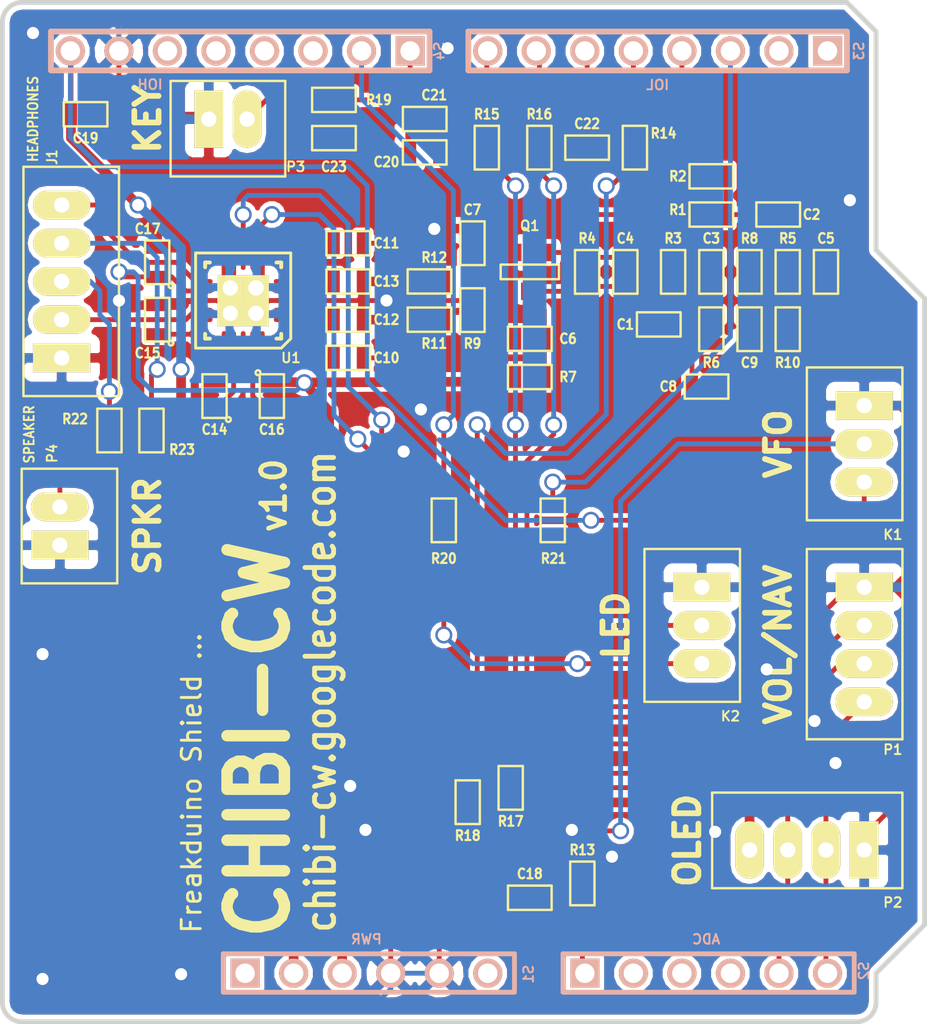
<source format=kicad_pcb>
(kicad_pcb (version 3) (host pcbnew "(2013-07-07 BZR 4022)-stable")
  (title_block (title "Chibi-CW 2.4GHz Transceiver") (rev v1.0) (company "Gruvin & Co"))
  (layers (15 F.Cu signal) (0 B.Cu signal) (18 B.Paste user) (19 F.Paste user) (20 B.SilkS user) (21 F.SilkS user) (22 B.Mask user) (23 F.Mask user) (28 Edge.Cuts user))
  (net 0 "")
  (net 1 3.3V)
  (net 2 5V)
  (net 3 AD0)
  (net 4 AD4/SDA)
  (net 5 AD5/SCL)
  (net 6 GND)
  (net 7 IO2)
  (net 8 IO3)
  (net 9 IO4)
  (net 10 IO5)
  (net 11 IO6)
  (net 12 IO7)
  (net 13 IO8)
  (net 14 IO9)
  (net 15 N-0000010)
  (net 16 N-0000011)
  (net 17 N-0000012)
  (net 18 N-0000013)
  (net 19 N-0000014)
  (net 20 N-0000015)
  (net 21 N-0000016)
  (net 22 N-0000017)
  (net 23 N-0000018)
  (net 24 N-0000019)
  (net 25 N-0000020)
  (net 26 N-0000022)
  (net 27 N-0000024)
  (net 28 N-0000025)
  (net 29 N-0000026)
  (net 30 N-0000027)
  (net 31 N-0000028)
  (net 32 N-0000036)
  (net 33 N-0000039)
  (net 34 N-000004)
  (net 35 N-0000040)
  (net 36 N-0000041)
  (net 37 N-0000042)
  (net 38 N-0000043)
  (net 39 N-0000044)
  (net 40 N-000005)
  (net 41 N-0000056)
  (net 42 N-0000057)
  (net 43 N-0000058)
  (net 44 N-0000059)
  (net 45 N-000006)
  (net 46 N-0000060)
  (net 47 N-000007)
  (net 48 N-000008)
  (net 49 N-000009)
  (module CONN_2MM_2x1 (layer F.Cu) (at 28.4 52.8 90)
    (fp_text reference P4 (at 3.8 -0.4 90) (layer F.SilkS) (effects (font (size 0.508 0.508) (thickness 0.1016))))
    (fp_text value SPEAKER (at 4.8 -1.6 90) (layer F.SilkS) (effects (font (size 0.508 0.4572) (thickness 0.1016))))
    (pad 2 thru_hole oval (at 1.00152 0.00762 90) (size 1.50114 2.99974) (drill 0.8001) (layers *.Cu *.Mask F.SilkS) (net 29 N-0000026))
    (pad 1 thru_hole rect (at -1 0.00762 90) (size 1.50114 2.99974) (drill 0.8001) (layers *.Cu *.Mask F.SilkS) (net 6 GND))
  )
  (module CONN_2MM_4x1 (layer F.Cu) (at 70.5 59 270)
    (fp_text reference P1 (at 5.5 -1.5 360) (layer F.SilkS) (effects (font (size 0.508 0.508) (thickness 0.1016))))
    (fp_text value CONN_4 hide)
    (pad 3 thru_hole oval (at 1 -0.00038 270) (size 1.50114 2.99974) (drill 0.8001) (layers *.Cu *.Mask F.SilkS) (net 48 N-000008))
    (pad 2 thru_hole oval (at -0.99898 -0.00038 270) (size 1.50114 2.99974) (drill 0.8001) (layers *.Cu *.Mask F.SilkS) (net 45 N-000006))
    (pad 1 thru_hole rect (at -3.0005 -0.00038 270) (size 1.50114 2.99974) (drill 0.8001) (layers *.Cu *.Mask F.SilkS) (net 6 GND))
    (pad 4 thru_hole oval (at 2.99898 -0.00038 270) (size 1.50114 2.99974) (drill 0.8001) (layers *.Cu *.Mask F.SilkS) (net 47 N-000007))
  )
  (module CONN_2MM_5x1 (layer F.Cu) (at 28.5 40 90)
    (fp_text reference J1 (at 6.5 -0.5 90) (layer F.SilkS) (effects (font (size 0.508 0.4572) (thickness 0.1016))))
    (fp_text value HEADPHONES (at 8.5 -1.5 90) (layer F.SilkS) (effects (font (size 0.508 0.4572) (thickness 0.1016))))
    (pad 3 thru_hole oval (at 0 -0.00038 90) (size 1.50114 2.99974) (drill 0.8001) (layers *.Cu *.Mask F.SilkS) (net 31 N-0000028))
    (pad 2 thru_hole oval (at -1.99898 -0.00038 90) (size 1.50114 2.99974) (drill 0.8001) (layers *.Cu *.Mask F.SilkS) (net 21 N-0000016))
    (pad 1 thru_hole rect (at -4.0005 -0.00038 90) (size 1.50114 2.99974) (drill 0.8001) (layers *.Cu *.Mask F.SilkS) (net 6 GND))
    (pad 4 thru_hole oval (at 1.99898 -0.00038 90) (size 1.50114 2.99974) (drill 0.8001) (layers *.Cu *.Mask F.SilkS) (net 30 N-0000027))
    (pad 5 thru_hole oval (at 4.0005 -0.00038 90) (size 1.50114 2.99974) (drill 0.8001) (layers *.Cu *.Mask F.SilkS) (net 22 N-0000017))
  )
  (module pin_array_8x1 (layer B.Cu) (at 59.69 27.94 180)
    (fp_text reference S3 (at -10.541 0 450) (layer B.SilkS) (effects (font (size 0.508 0.508) (thickness 0.1016)) (justify mirror)))
    (fp_text value IOL (at 0 -1.778 180) (layer B.SilkS) (effects (font (size 0.508 0.508) (thickness 0.1016)) (justify mirror)))
    (pad 1 thru_hole rect (at -8.89 0 180) (size 1.524 1.524) (drill 1.016) (layers *.Cu *.Mask B.SilkS))
    (pad 2 thru_hole circle (at -6.35 0 180) (size 1.524 1.524) (drill 1.016) (layers *.Cu *.Mask B.SilkS))
    (pad 3 thru_hole circle (at -3.81 0 180) (size 1.524 1.524) (drill 1.016) (layers *.Cu *.Mask B.SilkS) (net 7 IO2))
    (pad 4 thru_hole circle (at -1.27 0 180) (size 1.524 1.524) (drill 1.016) (layers *.Cu *.Mask B.SilkS) (net 8 IO3))
    (pad 5 thru_hole circle (at 1.27 0 180) (size 1.524 1.524) (drill 1.016) (layers *.Cu *.Mask B.SilkS) (net 9 IO4))
    (pad 6 thru_hole circle (at 3.81 0 180) (size 1.524 1.524) (drill 1.016) (layers *.Cu *.Mask B.SilkS) (net 10 IO5))
    (pad 7 thru_hole circle (at 6.35 0 180) (size 1.524 1.524) (drill 1.016) (layers *.Cu *.Mask B.SilkS) (net 11 IO6))
    (pad 8 thru_hole circle (at 8.89 0 180) (size 1.524 1.524) (drill 1.016) (layers *.Cu *.Mask B.SilkS) (net 12 IO7))
  )
  (module pin_array_6x1 (layer B.Cu) (at 62.23 76.2)
    (fp_text reference S2 (at 8.255 -0.127 270) (layer B.SilkS) (effects (font (size 0.508 0.508) (thickness 0.1016)) (justify mirror)))
    (fp_text value ADC (at 0 -1.778) (layer B.SilkS) (effects (font (size 0.508 0.508) (thickness 0.1016)) (justify mirror)))
    (pad 1 thru_hole rect (at -6.35 0) (size 1.524 1.524) (drill 1.016) (layers *.Cu *.Mask B.SilkS) (net 3 AD0))
    (pad 2 thru_hole circle (at -3.81 0) (size 1.524 1.524) (drill 1.016) (layers *.Cu *.Mask B.SilkS))
    (pad 3 thru_hole circle (at -1.27 0) (size 1.524 1.524) (drill 1.016) (layers *.Cu *.Mask B.SilkS))
    (pad 4 thru_hole circle (at 1.27 0) (size 1.524 1.524) (drill 1.016) (layers *.Cu *.Mask B.SilkS))
    (pad 5 thru_hole circle (at 3.81 0) (size 1.524 1.524) (drill 1.016) (layers *.Cu *.Mask B.SilkS) (net 4 AD4/SDA))
    (pad 6 thru_hole circle (at 6.35 0) (size 1.524 1.524) (drill 1.016) (layers *.Cu *.Mask B.SilkS) (net 5 AD5/SCL))
  )
  (module pin_array_6x1 (layer B.Cu) (at 44.45 76.2)
    (fp_text reference S1 (at 8.4836 0.0508 270) (layer B.SilkS) (effects (font (size 0.508 0.508) (thickness 0.1016)) (justify mirror)))
    (fp_text value PWR (at 0 -1.778) (layer B.SilkS) (effects (font (size 0.508 0.508) (thickness 0.1016)) (justify mirror)))
    (pad 1 thru_hole rect (at -6.35 0) (size 1.524 1.524) (drill 1.016) (layers *.Cu *.Mask B.SilkS))
    (pad 2 thru_hole circle (at -3.81 0) (size 1.524 1.524) (drill 1.016) (layers *.Cu *.Mask B.SilkS) (net 1 3.3V))
    (pad 3 thru_hole circle (at -1.27 0) (size 1.524 1.524) (drill 1.016) (layers *.Cu *.Mask B.SilkS) (net 2 5V))
    (pad 4 thru_hole circle (at 1.27 0) (size 1.524 1.524) (drill 1.016) (layers *.Cu *.Mask B.SilkS) (net 6 GND))
    (pad 5 thru_hole circle (at 3.81 0) (size 1.524 1.524) (drill 1.016) (layers *.Cu *.Mask B.SilkS) (net 6 GND))
    (pad 6 thru_hole circle (at 6.35 0) (size 1.524 1.524) (drill 1.016) (layers *.Cu *.Mask B.SilkS))
  )
  (module pin_array_8x1 (layer B.Cu) (at 37.846 27.94 180)
    (fp_text reference S4 (at -10.414 0 450) (layer B.SilkS) (effects (font (size 0.508 0.508) (thickness 0.1016)) (justify mirror)))
    (fp_text value IOH (at 4.72186 -1.75768 180) (layer B.SilkS) (effects (font (size 0.508 0.508) (thickness 0.1016)) (justify mirror)))
    (pad 1 thru_hole rect (at -8.89 0 180) (size 1.524 1.524) (drill 1.016) (layers *.Cu *.Mask B.SilkS) (net 13 IO8))
    (pad 2 thru_hole circle (at -6.35 0 180) (size 1.524 1.524) (drill 1.016) (layers *.Cu *.Mask B.SilkS) (net 14 IO9))
    (pad 3 thru_hole circle (at -3.81 0 180) (size 1.524 1.524) (drill 1.016) (layers *.Cu *.Mask B.SilkS))
    (pad 4 thru_hole circle (at -1.27 0 180) (size 1.524 1.524) (drill 1.016) (layers *.Cu *.Mask B.SilkS))
    (pad 5 thru_hole circle (at 1.27 0 180) (size 1.524 1.524) (drill 1.016) (layers *.Cu *.Mask B.SilkS))
    (pad 6 thru_hole circle (at 3.81 0 180) (size 1.524 1.524) (drill 1.016) (layers *.Cu *.Mask B.SilkS))
    (pad 7 thru_hole circle (at 6.35 0 180) (size 1.524 1.524) (drill 1.016) (layers *.Cu *.Mask B.SilkS) (net 6 GND))
    (pad 8 thru_hole circle (at 8.89 0 180) (size 1.524 1.524) (drill 1.016) (layers *.Cu *.Mask B.SilkS) (net 1 3.3V))
  )
  (module SOT23EBC (layer F.Cu) (at 53 39.5)
    (fp_text reference Q1 (at 0 -2.413) (layer F.SilkS) (effects (font (size 0.508 0.508) (thickness 0.1016))))
    (fp_text value BC847 hide)
    (pad 1 smd rect (at -0.889 -1.016) (size 0.9144 0.9144) (layers F.Cu F.Paste F.Mask) (net 6 GND))
    (pad 2 smd rect (at 0.889 -1.016) (size 0.9144 0.9144) (layers F.Cu F.Paste F.Mask) (net 40 N-000005))
    (pad 3 smd rect (at 0 1.016) (size 0.9144 0.9144) (layers F.Cu F.Paste F.Mask) (net 46 N-0000060))
  )
  (module SM0603 (layer F.Cu) (at 53 45 180)
    (fp_text reference R7 (at -2 0 180) (layer F.SilkS) (effects (font (size 0.508 0.4572) (thickness 0.1143))))
    (fp_text value 470K hide)
    (pad 1 smd rect (at -0.762 0 180) (size 0.635 1.143) (layers F.Cu F.Paste F.Mask) (net 46 N-0000060))
    (pad 2 smd rect (at 0.762 0 180) (size 0.635 1.143) (layers F.Cu F.Paste F.Mask) (net 2 5V))
  )
  (module SM0603 (layer F.Cu) (at 62.25 45.5)
    (fp_text reference C8 (at -2 0) (layer F.SilkS) (effects (font (size 0.508 0.4572) (thickness 0.1143))))
    (fp_text value 10n hide)
    (pad 1 smd rect (at -0.762 0) (size 0.635 1.143) (layers F.Cu F.Paste F.Mask) (net 36 N-0000041))
    (pad 2 smd rect (at 0.762 0) (size 0.635 1.143) (layers F.Cu F.Paste F.Mask) (net 39 N-0000044))
  )
  (module SM0603 (layer F.Cu) (at 47.75 40 180)
    (fp_text reference R12 (at -0.25 1.25 180) (layer F.SilkS) (effects (font (size 0.508 0.4572) (thickness 0.1143))))
    (fp_text value 10K hide)
    (pad 1 smd rect (at -0.762 0 180) (size 0.635 1.143) (layers F.Cu F.Paste F.Mask) (net 25 N-0000020))
    (pad 2 smd rect (at 0.762 0 180) (size 0.635 1.143) (layers F.Cu F.Paste F.Mask) (net 17 N-0000012))
  )
  (module SM0603 (layer F.Cu) (at 47.75 42 180)
    (fp_text reference R11 (at -0.25 -1.25 180) (layer F.SilkS) (effects (font (size 0.508 0.4572) (thickness 0.1143))))
    (fp_text value 10K hide)
    (pad 1 smd rect (at -0.762 0 180) (size 0.635 1.143) (layers F.Cu F.Paste F.Mask) (net 25 N-0000020))
    (pad 2 smd rect (at 0.762 0 180) (size 0.635 1.143) (layers F.Cu F.Paste F.Mask) (net 20 N-0000015))
  )
  (module SM0603 (layer F.Cu) (at 43.5 40 180)
    (fp_text reference C13 (at -2 0 180) (layer F.SilkS) (effects (font (size 0.508 0.4572) (thickness 0.1143))))
    (fp_text value 470n hide)
    (pad 1 smd rect (at -0.762 0 180) (size 0.635 1.143) (layers F.Cu F.Paste F.Mask) (net 6 GND))
    (pad 2 smd rect (at 0.762 0 180) (size 0.635 1.143) (layers F.Cu F.Paste F.Mask) (net 15 N-0000010))
  )
  (module SM0603 (layer F.Cu) (at 43.5 38 180)
    (fp_text reference C11 (at -2 0 180) (layer F.SilkS) (effects (font (size 0.508 0.4572) (thickness 0.1143))))
    (fp_text value 470n hide)
    (pad 1 smd rect (at -0.762 0 180) (size 0.635 1.143) (layers F.Cu F.Paste F.Mask) (net 17 N-0000012))
    (pad 2 smd rect (at 0.762 0 180) (size 0.635 1.143) (layers F.Cu F.Paste F.Mask) (net 16 N-0000011))
  )
  (module SM0603 (layer F.Cu) (at 43.5 42 180)
    (fp_text reference C12 (at -2 0 180) (layer F.SilkS) (effects (font (size 0.508 0.4572) (thickness 0.1143))))
    (fp_text value 470n hide)
    (pad 1 smd rect (at -0.762 0 180) (size 0.635 1.143) (layers F.Cu F.Paste F.Mask) (net 6 GND))
    (pad 2 smd rect (at 0.762 0 180) (size 0.635 1.143) (layers F.Cu F.Paste F.Mask) (net 18 N-0000013))
  )
  (module SM0603 (layer F.Cu) (at 60.5 39.5 270)
    (fp_text reference R3 (at -1.75 0 360) (layer F.SilkS) (effects (font (size 0.508 0.4572) (thickness 0.1143))))
    (fp_text value 56K hide)
    (pad 1 smd rect (at -0.762 0 270) (size 0.635 1.143) (layers F.Cu F.Paste F.Mask) (net 35 N-0000040))
    (pad 2 smd rect (at 0.762 0 270) (size 0.635 1.143) (layers F.Cu F.Paste F.Mask) (net 33 N-0000039))
  )
  (module SM0603 (layer F.Cu) (at 62.5 39.5 270)
    (fp_text reference C3 (at -1.75 0 360) (layer F.SilkS) (effects (font (size 0.508 0.4572) (thickness 0.1143))))
    (fp_text value 2n2 hide)
    (pad 1 smd rect (at -0.762 0 270) (size 0.635 1.143) (layers F.Cu F.Paste F.Mask) (net 35 N-0000040))
    (pad 2 smd rect (at 0.762 0 270) (size 0.635 1.143) (layers F.Cu F.Paste F.Mask) (net 37 N-0000042))
  )
  (module SM0603 (layer F.Cu) (at 43.5 44 180)
    (fp_text reference C10 (at -2 0 180) (layer F.SilkS) (effects (font (size 0.508 0.4572) (thickness 0.1143))))
    (fp_text value 470n hide)
    (pad 1 smd rect (at -0.762 0 180) (size 0.635 1.143) (layers F.Cu F.Paste F.Mask) (net 20 N-0000015))
    (pad 2 smd rect (at 0.762 0 180) (size 0.635 1.143) (layers F.Cu F.Paste F.Mask) (net 19 N-0000014))
  )
  (module SM0603 (layer F.Cu) (at 62.5 42.5 270)
    (fp_text reference R6 (at 1.75 0 360) (layer F.SilkS) (effects (font (size 0.508 0.4572) (thickness 0.1143))))
    (fp_text value 1K5 hide)
    (pad 1 smd rect (at -0.762 0 270) (size 0.635 1.143) (layers F.Cu F.Paste F.Mask) (net 37 N-0000042))
    (pad 2 smd rect (at 0.762 0 270) (size 0.635 1.143) (layers F.Cu F.Paste F.Mask) (net 36 N-0000041))
  )
  (module SM0603 (layer F.Cu) (at 62.5 34.5)
    (fp_text reference R2 (at -1.75 0) (layer F.SilkS) (effects (font (size 0.508 0.4572) (thickness 0.1143))))
    (fp_text value 2K2 hide)
    (pad 1 smd rect (at -0.762 0) (size 0.635 1.143) (layers F.Cu F.Paste F.Mask) (net 8 IO3))
    (pad 2 smd rect (at 0.762 0) (size 0.635 1.143) (layers F.Cu F.Paste F.Mask) (net 24 N-0000019))
  )
  (module SM0603 (layer F.Cu) (at 50 38 90)
    (fp_text reference C7 (at 1.75 0 180) (layer F.SilkS) (effects (font (size 0.508 0.4572) (thickness 0.1143))))
    (fp_text value 0u1 hide)
    (pad 1 smd rect (at -0.762 0 90) (size 0.635 1.143) (layers F.Cu F.Paste F.Mask) (net 25 N-0000020))
    (pad 2 smd rect (at 0.762 0 90) (size 0.635 1.143) (layers F.Cu F.Paste F.Mask) (net 6 GND))
  )
  (module SM0603 (layer F.Cu) (at 50 41.5 270)
    (fp_text reference R9 (at 1.75 0 360) (layer F.SilkS) (effects (font (size 0.508 0.4572) (thickness 0.1143))))
    (fp_text value 560R hide)
    (pad 1 smd rect (at -0.762 0 270) (size 0.635 1.143) (layers F.Cu F.Paste F.Mask) (net 25 N-0000020))
    (pad 2 smd rect (at 0.762 0 270) (size 0.635 1.143) (layers F.Cu F.Paste F.Mask) (net 23 N-0000018))
  )
  (module SM0603 (layer F.Cu) (at 53 43 180)
    (fp_text reference C6 (at -2 0 180) (layer F.SilkS) (effects (font (size 0.508 0.4572) (thickness 0.1143))))
    (fp_text value 2u2 hide)
    (pad 1 smd rect (at -0.762 0 180) (size 0.635 1.143) (layers F.Cu F.Paste F.Mask) (net 46 N-0000060))
    (pad 2 smd rect (at 0.762 0 180) (size 0.635 1.143) (layers F.Cu F.Paste F.Mask) (net 23 N-0000018))
  )
  (module SM0603 (layer F.Cu) (at 58 39.5 270)
    (fp_text reference C4 (at -1.75 0 360) (layer F.SilkS) (effects (font (size 0.508 0.4572) (thickness 0.1143))))
    (fp_text value 10n hide)
    (pad 1 smd rect (at -0.762 0 270) (size 0.635 1.143) (layers F.Cu F.Paste F.Mask) (net 40 N-000005))
    (pad 2 smd rect (at 0.762 0 270) (size 0.635 1.143) (layers F.Cu F.Paste F.Mask) (net 46 N-0000060))
  )
  (module SM0603 (layer F.Cu) (at 56 39.5 270)
    (fp_text reference R4 (at -1.75 0 360) (layer F.SilkS) (effects (font (size 0.508 0.4572) (thickness 0.1143))))
    (fp_text value 470K hide)
    (pad 1 smd rect (at -0.762 0 270) (size 0.635 1.143) (layers F.Cu F.Paste F.Mask) (net 40 N-000005))
    (pad 2 smd rect (at 0.762 0 270) (size 0.635 1.143) (layers F.Cu F.Paste F.Mask) (net 46 N-0000060))
  )
  (module SM0603 (layer F.Cu) (at 66.5 42.5 90)
    (fp_text reference R10 (at -1.75 0 180) (layer F.SilkS) (effects (font (size 0.508 0.4572) (thickness 0.1143))))
    (fp_text value 15K hide)
    (pad 1 smd rect (at -0.762 0 90) (size 0.635 1.143) (layers F.Cu F.Paste F.Mask) (net 39 N-0000044))
    (pad 2 smd rect (at 0.762 0 90) (size 0.635 1.143) (layers F.Cu F.Paste F.Mask) (net 38 N-0000043))
  )
  (module SM0603 (layer F.Cu) (at 59.75 42.25 180)
    (fp_text reference C1 (at 1.75 0 180) (layer F.SilkS) (effects (font (size 0.508 0.4572) (thickness 0.1143))))
    (fp_text value 2u2 hide)
    (pad 1 smd rect (at -0.762 0 180) (size 0.635 1.143) (layers F.Cu F.Paste F.Mask) (net 33 N-0000039))
    (pad 2 smd rect (at 0.762 0 180) (size 0.635 1.143) (layers F.Cu F.Paste F.Mask) (net 40 N-000005))
  )
  (module SM0603 (layer F.Cu) (at 64.5 42.5 90)
    (fp_text reference C9 (at -1.75 0 180) (layer F.SilkS) (effects (font (size 0.508 0.4572) (thickness 0.1143))))
    (fp_text value 10n hide)
    (pad 1 smd rect (at -0.762 0 90) (size 0.635 1.143) (layers F.Cu F.Paste F.Mask) (net 6 GND))
    (pad 2 smd rect (at 0.762 0 90) (size 0.635 1.143) (layers F.Cu F.Paste F.Mask) (net 38 N-0000043))
  )
  (module SM0603 (layer F.Cu) (at 64.5 39.5 270)
    (fp_text reference R8 (at -1.75 0 360) (layer F.SilkS) (effects (font (size 0.508 0.4572) (thickness 0.1143))))
    (fp_text value 5K6 hide)
    (pad 1 smd rect (at -0.762 0 270) (size 0.635 1.143) (layers F.Cu F.Paste F.Mask) (net 41 N-0000056))
    (pad 2 smd rect (at 0.762 0 270) (size 0.635 1.143) (layers F.Cu F.Paste F.Mask) (net 38 N-0000043))
  )
  (module SM0603 (layer F.Cu) (at 66.5 39.5 270)
    (fp_text reference R5 (at -1.75 0 360) (layer F.SilkS) (effects (font (size 0.508 0.4572) (thickness 0.1143))))
    (fp_text value 560R hide)
    (pad 1 smd rect (at -0.762 0 270) (size 0.635 1.143) (layers F.Cu F.Paste F.Mask) (net 32 N-0000036))
    (pad 2 smd rect (at 0.762 0 270) (size 0.635 1.143) (layers F.Cu F.Paste F.Mask) (net 41 N-0000056))
  )
  (module SM0603 (layer F.Cu) (at 66 36.5)
    (fp_text reference C2 (at 1.75 0) (layer F.SilkS) (effects (font (size 0.508 0.4572) (thickness 0.1143))))
    (fp_text value 2u2 hide)
    (pad 1 smd rect (at -0.762 0) (size 0.635 1.143) (layers F.Cu F.Paste F.Mask) (net 24 N-0000019))
    (pad 2 smd rect (at 0.762 0) (size 0.635 1.143) (layers F.Cu F.Paste F.Mask) (net 32 N-0000036))
  )
  (module SM0603 (layer F.Cu) (at 68.5 39.5 270)
    (fp_text reference C5 (at -1.75 0 360) (layer F.SilkS) (effects (font (size 0.508 0.4572) (thickness 0.1143))))
    (fp_text value 100n hide)
    (pad 1 smd rect (at -0.762 0 270) (size 0.635 1.143) (layers F.Cu F.Paste F.Mask) (net 6 GND))
    (pad 2 smd rect (at 0.762 0 270) (size 0.635 1.143) (layers F.Cu F.Paste F.Mask) (net 41 N-0000056))
  )
  (module SM0603 (layer F.Cu) (at 62.5 36.5)
    (fp_text reference R1 (at -1.75 -0.25) (layer F.SilkS) (effects (font (size 0.508 0.4572) (thickness 0.1143))))
    (fp_text value 2K2 hide)
    (pad 1 smd rect (at -0.762 0) (size 0.635 1.143) (layers F.Cu F.Paste F.Mask) (net 10 IO5))
    (pad 2 smd rect (at 0.762 0) (size 0.635 1.143) (layers F.Cu F.Paste F.Mask) (net 24 N-0000019))
  )
  (module SM0603_CPOL (layer F.Cu) (at 39.5 46 270)
    (fp_text reference C16 (at 1.75 0 360) (layer F.SilkS) (effects (font (size 0.508 0.4572) (thickness 0.1143))))
    (fp_text value 1u hide)
    (pad 1 smd rect (at -0.762 0 270) (size 0.635 1.143) (layers F.Cu F.Paste F.Mask) (net 2 5V))
    (pad 2 smd rect (at 0.762 0 270) (size 0.635 1.143) (layers F.Cu F.Paste F.Mask) (net 44 N-0000059))
  )
  (module SM0603_CPOL (layer F.Cu) (at 36.5 46 90)
    (fp_text reference C14 (at -1.75 0 180) (layer F.SilkS) (effects (font (size 0.508 0.4572) (thickness 0.1143))))
    (fp_text value 1u hide)
    (pad 1 smd rect (at -0.762 0 90) (size 0.635 1.143) (layers F.Cu F.Paste F.Mask) (net 42 N-0000057))
    (pad 2 smd rect (at 0.762 0 90) (size 0.635 1.143) (layers F.Cu F.Paste F.Mask) (net 43 N-0000058))
  )
  (module SM0603_CPOL (layer F.Cu) (at 33.5 42 90)
    (fp_text reference C15 (at -1.75 -0.5 180) (layer F.SilkS) (effects (font (size 0.508 0.4572) (thickness 0.1143))))
    (fp_text value 1u hide)
    (pad 1 smd rect (at -0.762 0 90) (size 0.635 1.143) (layers F.Cu F.Paste F.Mask) (net 49 N-000009))
    (pad 2 smd rect (at 0.762 0 90) (size 0.635 1.143) (layers F.Cu F.Paste F.Mask) (net 6 GND))
  )
  (module SM0603_CPOL (layer F.Cu) (at 33.5 39 90)
    (fp_text reference C17 (at 1.75 -0.5 180) (layer F.SilkS) (effects (font (size 0.508 0.4572) (thickness 0.1143))))
    (fp_text value 1u hide)
    (pad 1 smd rect (at -0.762 0 90) (size 0.635 1.143) (layers F.Cu F.Paste F.Mask) (net 2 5V))
    (pad 2 smd rect (at 0.762 0 90) (size 0.635 1.143) (layers F.Cu F.Paste F.Mask) (net 6 GND))
  )
  (module SM0603 (layer F.Cu) (at 53 72.25)
    (fp_text reference C18 (at 0 -1.25) (layer F.SilkS) (effects (font (size 0.508 0.4572) (thickness 0.1143))))
    (fp_text value 100n hide)
    (pad 1 smd rect (at -0.762 0) (size 0.635 1.143) (layers F.Cu F.Paste F.Mask) (net 6 GND))
    (pad 2 smd rect (at 0.762 0) (size 0.635 1.143) (layers F.Cu F.Paste F.Mask) (net 3 AD0))
  )
  (module SM0603 (layer F.Cu) (at 55.75 71.5 90)
    (fp_text reference R13 (at 1.75 0 180) (layer F.SilkS) (effects (font (size 0.508 0.4572) (thickness 0.1143))))
    (fp_text value 200 hide)
    (pad 1 smd rect (at -0.762 0 90) (size 0.635 1.143) (layers F.Cu F.Paste F.Mask) (net 3 AD0))
    (pad 2 smd rect (at 0.762 0 90) (size 0.635 1.143) (layers F.Cu F.Paste F.Mask) (net 34 N-000004))
  )
  (module SM0603 (layer F.Cu) (at 29.75 31.25 180)
    (fp_text reference C19 (at 0 -1.25 180) (layer F.SilkS) (effects (font (size 0.508 0.4572) (thickness 0.1143))))
    (fp_text value 100n hide)
    (pad 1 smd rect (at -0.762 0 180) (size 0.635 1.143) (layers F.Cu F.Paste F.Mask) (net 6 GND))
    (pad 2 smd rect (at 0.762 0 180) (size 0.635 1.143) (layers F.Cu F.Paste F.Mask) (net 1 3.3V))
  )
  (module SM0603 (layer F.Cu) (at 50.75 33 270)
    (fp_text reference R15 (at -1.75 0 360) (layer F.SilkS) (effects (font (size 0.508 0.4572) (thickness 0.1143))))
    (fp_text value 200 hide)
    (pad 1 smd rect (at -0.762 0 270) (size 0.635 1.143) (layers F.Cu F.Paste F.Mask) (net 12 IO7))
    (pad 2 smd rect (at 0.762 0 270) (size 0.635 1.143) (layers F.Cu F.Paste F.Mask) (net 48 N-000008))
  )
  (module SM0603 (layer F.Cu) (at 58.5 33 270)
    (fp_text reference R14 (at -0.75 -1.5 360) (layer F.SilkS) (effects (font (size 0.508 0.4572) (thickness 0.1143))))
    (fp_text value 200 hide)
    (pad 1 smd rect (at -0.762 0 270) (size 0.635 1.143) (layers F.Cu F.Paste F.Mask) (net 9 IO4))
    (pad 2 smd rect (at 0.762 0 270) (size 0.635 1.143) (layers F.Cu F.Paste F.Mask) (net 47 N-000007))
  )
  (module SM0603 (layer F.Cu) (at 53.5 33 270)
    (fp_text reference R16 (at -1.75 0 360) (layer F.SilkS) (effects (font (size 0.508 0.4572) (thickness 0.1143))))
    (fp_text value 200 hide)
    (pad 1 smd rect (at -0.762 0 270) (size 0.635 1.143) (layers F.Cu F.Paste F.Mask) (net 11 IO6))
    (pad 2 smd rect (at 0.762 0 270) (size 0.635 1.143) (layers F.Cu F.Paste F.Mask) (net 45 N-000006))
  )
  (module SM0603 (layer F.Cu) (at 56 33)
    (fp_text reference C22 (at 0 -1.25) (layer F.SilkS) (effects (font (size 0.508 0.4572) (thickness 0.1143))))
    (fp_text value 100n hide)
    (pad 1 smd rect (at -0.762 0) (size 0.635 1.143) (layers F.Cu F.Paste F.Mask) (net 6 GND))
    (pad 2 smd rect (at 0.762 0) (size 0.635 1.143) (layers F.Cu F.Paste F.Mask) (net 9 IO4))
  )
  (module SM0603 (layer F.Cu) (at 47.5 31.5)
    (fp_text reference C21 (at 0.5 -1.25) (layer F.SilkS) (effects (font (size 0.508 0.4572) (thickness 0.1143))))
    (fp_text value 100n hide)
    (pad 1 smd rect (at -0.762 0) (size 0.635 1.143) (layers F.Cu F.Paste F.Mask) (net 6 GND))
    (pad 2 smd rect (at 0.762 0) (size 0.635 1.143) (layers F.Cu F.Paste F.Mask) (net 12 IO7))
  )
  (module SM0603 (layer F.Cu) (at 47.5 33.25)
    (fp_text reference C20 (at -2 0.5) (layer F.SilkS) (effects (font (size 0.508 0.4572) (thickness 0.1143))))
    (fp_text value 100n hide)
    (pad 1 smd rect (at -0.762 0) (size 0.635 1.143) (layers F.Cu F.Paste F.Mask) (net 6 GND))
    (pad 2 smd rect (at 0.762 0) (size 0.635 1.143) (layers F.Cu F.Paste F.Mask) (net 11 IO6))
  )
  (module SM0603 (layer F.Cu) (at 49.75 67.25 270)
    (fp_text reference R18 (at 1.75 0 360) (layer F.SilkS) (effects (font (size 0.508 0.4572) (thickness 0.1143))))
    (fp_text value 2K2 hide)
    (pad 1 smd rect (at -0.762 0 270) (size 0.635 1.143) (layers F.Cu F.Paste F.Mask) (net 4 AD4/SDA))
    (pad 2 smd rect (at 0.762 0 270) (size 0.635 1.143) (layers F.Cu F.Paste F.Mask) (net 2 5V))
  )
  (module SM0603 (layer F.Cu) (at 52 66.5 270)
    (fp_text reference R17 (at 1.75 0 360) (layer F.SilkS) (effects (font (size 0.508 0.4572) (thickness 0.1143))))
    (fp_text value 2K2 hide)
    (pad 1 smd rect (at -0.762 0 270) (size 0.635 1.143) (layers F.Cu F.Paste F.Mask) (net 5 AD5/SCL))
    (pad 2 smd rect (at 0.762 0 270) (size 0.635 1.143) (layers F.Cu F.Paste F.Mask) (net 2 5V))
  )
  (module SM0603 (layer F.Cu) (at 48.5 52.5 270)
    (fp_text reference R20 (at 2 0 360) (layer F.SilkS) (effects (font (size 0.508 0.4572) (thickness 0.1143))))
    (fp_text value 1K5 hide)
    (pad 1 smd rect (at -0.762 0 270) (size 0.635 1.143) (layers F.Cu F.Paste F.Mask) (net 14 IO9))
    (pad 2 smd rect (at 0.762 0 270) (size 0.635 1.143) (layers F.Cu F.Paste F.Mask) (net 27 N-0000024))
  )
  (module SM0603 (layer F.Cu) (at 54.2 52.5 270)
    (fp_text reference R21 (at 2 -0.05 360) (layer F.SilkS) (effects (font (size 0.508 0.4572) (thickness 0.1143))))
    (fp_text value 1K hide)
    (pad 1 smd rect (at -0.762 0 270) (size 0.635 1.143) (layers F.Cu F.Paste F.Mask) (net 7 IO2))
    (pad 2 smd rect (at 0.762 0 270) (size 0.635 1.143) (layers F.Cu F.Paste F.Mask) (net 26 N-0000022))
  )
  (module SM0603 (layer F.Cu) (at 42.75 30.5 180)
    (fp_text reference R19 (at -2.35 0 180) (layer F.SilkS) (effects (font (size 0.508 0.4572) (thickness 0.1143))))
    (fp_text value 200 hide)
    (pad 1 smd rect (at -0.762 0 180) (size 0.635 1.143) (layers F.Cu F.Paste F.Mask) (net 13 IO8))
    (pad 2 smd rect (at 0.762 0 180) (size 0.635 1.143) (layers F.Cu F.Paste F.Mask) (net 28 N-0000025))
  )
  (module SM0603 (layer F.Cu) (at 42.75 32.5)
    (fp_text reference C23 (at 0 1.5) (layer F.SilkS) (effects (font (size 0.508 0.4572) (thickness 0.1143))))
    (fp_text value 100n hide)
    (pad 1 smd rect (at -0.762 0) (size 0.635 1.143) (layers F.Cu F.Paste F.Mask) (net 6 GND))
    (pad 2 smd rect (at 0.762 0) (size 0.635 1.143) (layers F.Cu F.Paste F.Mask) (net 13 IO8))
  )
  (module CONN_2MM_4x1 (layer F.Cu) (at 67.5 69.75 180)
    (fp_text reference P2 (at -4.5 -2.75 180) (layer F.SilkS) (effects (font (size 0.508 0.508) (thickness 0.1016))))
    (fp_text value CONN_4 hide)
    (pad 3 thru_hole oval (at 1 -0.00038 180) (size 1.50114 2.99974) (drill 0.8001) (layers *.Cu *.Mask F.SilkS) (net 4 AD4/SDA))
    (pad 2 thru_hole oval (at -0.99898 -0.00038 180) (size 1.50114 2.99974) (drill 0.8001) (layers *.Cu *.Mask F.SilkS) (net 5 AD5/SCL))
    (pad 1 thru_hole rect (at -3.0005 -0.00038 180) (size 1.50114 2.99974) (drill 0.8001) (layers *.Cu *.Mask F.SilkS) (net 6 GND))
    (pad 4 thru_hole oval (at 2.99898 -0.00038 180) (size 1.50114 2.99974) (drill 0.8001) (layers *.Cu *.Mask F.SilkS) (net 2 5V))
  )
  (module CONN_2MM_2x1 (layer F.Cu) (at 37.2 31.5)
    (fp_text reference P3 (at 3.55 2.5) (layer F.SilkS) (effects (font (size 0.508 0.508) (thickness 0.1016))))
    (fp_text value CONN_2 hide)
    (pad 2 thru_hole oval (at 1.00152 0.00762) (size 1.50114 2.99974) (drill 0.8001) (layers *.Cu *.Mask F.SilkS) (net 28 N-0000025))
    (pad 1 thru_hole rect (at -1 0.00762) (size 1.50114 2.99974) (drill 0.8001) (layers *.Cu *.Mask F.SilkS) (net 6 GND))
  )
  (module QFN20 (layer F.Cu) (at 38 41 180)
    (fp_text reference U1 (at -2.5 -3 180) (layer F.SilkS) (effects (font (size 0.508 0.508) (thickness 0.1016))))
    (fp_text value TPA6130A2 hide)
    (pad 1 smd oval (at -2 -1 180) (size 0.8001 0.24892) (layers F.Cu F.Paste F.Mask) (net 19 N-0000014))
    (pad 2 smd oval (at -2 -0.5 180) (size 0.8001 0.24892) (layers F.Cu F.Paste F.Mask) (net 18 N-0000013))
    (pad 3 smd oval (at -2 0 180) (size 0.8001 0.24892) (layers F.Cu F.Paste F.Mask) (net 6 GND))
    (pad 4 smd oval (at -2 0.5 180) (size 0.8001 0.24892) (layers F.Cu F.Paste F.Mask) (net 15 N-0000010))
    (pad 5 smd oval (at -2 1 180) (size 0.8001 0.24892) (layers F.Cu F.Paste F.Mask) (net 16 N-0000011))
    (pad 7 smd oval (at -0.5 2 270) (size 0.8001 0.24892) (layers F.Cu F.Paste F.Mask) (net 4 AD4/SDA))
    (pad 8 smd oval (at 0 2 270) (size 0.8001 0.24892) (layers F.Cu F.Paste F.Mask) (net 5 AD5/SCL))
    (pad 9 smd oval (at 0.5 2 270) (size 0.8001 0.24892) (layers F.Cu F.Paste F.Mask) (net 6 GND))
    (pad 10 smd oval (at 1 2 270) (size 0.8001 0.24892) (layers F.Cu F.Paste F.Mask) (net 6 GND))
    (pad 6 smd oval (at -1 2 270) (size 0.8001 0.24892) (layers F.Cu F.Paste F.Mask) (net 6 GND))
    (pad 11 smd oval (at 2 1) (size 0.8001 0.24892) (layers F.Cu F.Paste F.Mask) (net 22 N-0000017))
    (pad 12 smd oval (at 2 0.5) (size 0.8001 0.24892) (layers F.Cu F.Paste F.Mask) (net 2 5V))
    (pad 13 smd oval (at 2 0) (size 0.8001 0.24892) (layers F.Cu F.Paste F.Mask) (net 6 GND))
    (pad 14 smd oval (at 2 -0.5) (size 0.8001 0.24892) (layers F.Cu F.Paste F.Mask) (net 21 N-0000016))
    (pad 15 smd oval (at 2 -1) (size 0.8001 0.24892) (layers F.Cu F.Paste F.Mask) (net 49 N-000009))
    (pad 16 smd oval (at 1 -2 90) (size 0.8001 0.24892) (layers F.Cu F.Paste F.Mask) (net 49 N-000009))
    (pad 17 smd oval (at 0.5 -2 90) (size 0.8001 0.24892) (layers F.Cu F.Paste F.Mask) (net 43 N-0000058))
    (pad 18 smd oval (at 0 -2 90) (size 0.8001 0.24892) (layers F.Cu F.Paste F.Mask) (net 42 N-0000057))
    (pad 19 smd oval (at -0.5 -2 90) (size 0.8001 0.24892) (layers F.Cu F.Paste F.Mask) (net 44 N-0000059))
    (pad 20 smd oval (at -1 -2 90) (size 0.8001 0.24892) (layers F.Cu F.Paste F.Mask) (net 2 5V))
    (pad 3 thru_hole rect (at 0.68 -0.67 90) (size 1.335 1.35) (drill 0.8) (layers *.Cu *.Mask F.SilkS) (net 6 GND))
    (pad 3 thru_hole rect (at -0.67 -0.67 90) (size 1.335 1.35) (drill 0.8) (layers *.Cu *.Mask F.SilkS) (net 6 GND))
    (pad 3 thru_hole rect (at -0.67 0.66 90) (size 1.335 1.35) (drill 0.8) (layers *.Cu *.Mask F.SilkS) (net 6 GND))
    (pad 3 thru_hole rect (at 0.68 0.66 90) (size 1.335 1.35) (drill 0.8) (layers *.Cu *.Mask F.SilkS) (net 6 GND))
  )
  (module SM0603 (layer F.Cu) (at 31 47.8 270)
    (fp_text reference R22 (at -0.6 1.8 360) (layer F.SilkS) (effects (font (size 0.508 0.4572) (thickness 0.1143))))
    (fp_text value 10R hide)
    (pad 1 smd rect (at -0.762 0 270) (size 0.635 1.143) (layers F.Cu F.Paste F.Mask) (net 31 N-0000028))
    (pad 2 smd rect (at 0.762 0 270) (size 0.635 1.143) (layers F.Cu F.Paste F.Mask) (net 29 N-0000026))
  )
  (module SM0603 (layer F.Cu) (at 33.2 47.8 270)
    (fp_text reference R23 (at 1 -1.6 360) (layer F.SilkS) (effects (font (size 0.508 0.4572) (thickness 0.1143))))
    (fp_text value 10R hide)
    (pad 1 smd rect (at -0.762 0 270) (size 0.635 1.143) (layers F.Cu F.Paste F.Mask) (net 30 N-0000027))
    (pad 2 smd rect (at 0.762 0 270) (size 0.635 1.143) (layers F.Cu F.Paste F.Mask) (net 29 N-0000026))
  )
  (module CONN_2MM_3x1 (layer F.Cu) (at 70.5 48.5 270)
    (fp_text reference K1 (at 4.75 -1.5 360) (layer F.SilkS) (effects (font (size 0.508 0.508) (thickness 0.1016))))
    (fp_text value CONN_3 hide)
    (pad 3 thru_hole oval (at 1.99898 -0.00038 270) (size 1.50114 2.99974) (drill 0.8001) (layers *.Cu *.Mask F.SilkS) (net 1 3.3V))
    (pad 2 thru_hole oval (at 0 -0.00038 270) (size 1.50114 2.99974) (drill 0.8001) (layers *.Cu *.Mask F.SilkS) (net 34 N-000004))
    (pad 1 thru_hole rect (at -2.00152 -0.00038 270) (size 1.50114 2.99974) (drill 0.8001) (layers *.Cu *.Mask F.SilkS) (net 6 GND))
  )
  (module CONN_2MM_3x1 (layer F.Cu) (at 62 58 270)
    (fp_text reference K2 (at 4.75 -1.5 360) (layer F.SilkS) (effects (font (size 0.508 0.508) (thickness 0.1016))))
    (fp_text value CONN_3 hide)
    (pad 3 thru_hole oval (at 1.99898 -0.00038 270) (size 1.50114 2.99974) (drill 0.8001) (layers *.Cu *.Mask F.SilkS) (net 27 N-0000024))
    (pad 2 thru_hole oval (at 0 -0.00038 270) (size 1.50114 2.99974) (drill 0.8001) (layers *.Cu *.Mask F.SilkS) (net 26 N-0000022))
    (pad 1 thru_hole rect (at -2.00152 -0.00038 270) (size 1.50114 2.99974) (drill 0.8001) (layers *.Cu *.Mask F.SilkS) (net 6 GND))
  )
  (gr_text SPKR (at 33 52.8 90) (layer F.SilkS) (effects (font (size 1.27 1.27) (thickness 0.3))))
  (gr_text KEY (at 33 31.5 90) (layer F.SilkS) (effects (font (size 1.27 1.27) (thickness 0.3))))
  (gr_text OLED (at 61.25 69.25 90) (layer F.SilkS) (effects (font (size 1.27 1.27) (thickness 0.3))))
  (gr_text LED (at 57.5 58 90) (layer F.SilkS) (effects (font (size 1.27 1.27) (thickness 0.3))))
  (gr_text "Freakduino Shield ..." (at 35.3 74.2 90) (layer F.SilkS) (effects (font (size 1 1)) (justify left)))
  (gr_text v1.0 (at 39.6 51.2 90) (layer F.SilkS) (effects (font (size 1.25 1.2) (thickness 0.25))))
  (gr_text chibi-cw.googlecode.com (at 42.05 74.2 90) (layer F.SilkS) (effects (font (size 1.5 1.3) (thickness 0.25)) (justify left)))
  (gr_text CHIBI-CW (at 38.8 74.7 90) (layer F.SilkS) (effects (font (size 3 2.8) (thickness 0.6)) (justify left)))
  (gr_text VFO (at 66 48.5 90) (layer F.SilkS) (effects (font (size 1.27 1.27) (thickness 0.3))))
  (gr_text VOL/NAV (at 66 59 90) (layer F.SilkS) (effects (font (size 1.27 1.27) (thickness 0.3))))
  (gr_line (start 71.12 38.354) (end 71.12 26.924) (angle 90) (layer Edge.Cuts) (width 0.254))
  (gr_line (start 73.66 40.894) (end 71.12 38.354) (angle 90) (layer Edge.Cuts) (width 0.254))
  (gr_line (start 73.66 73.66) (end 73.66 40.894) (angle 90) (layer Edge.Cuts) (width 0.254))
  (gr_arc (start 70.104 77.724) (end 71.12 77.724) (angle 90) (layer Edge.Cuts) (width 0.254))
  (gr_arc (start 26.416 77.724) (end 26.416 78.74) (angle 90) (layer Edge.Cuts) (width 0.254))
  (gr_arc (start 26.416 26.416) (end 25.4 26.416) (angle 90) (layer Edge.Cuts) (width 0.254))
  (gr_line (start 25.4 77.724) (end 25.4 26.416) (angle 90) (layer Edge.Cuts) (width 0.254))
  (gr_line (start 71.12 26.924) (end 69.596 25.4) (angle 90) (layer Edge.Cuts) (width 0.254))
  (gr_line (start 71.12 76.2) (end 73.66 73.66) (angle 90) (layer Edge.Cuts) (width 0.254))
  (gr_line (start 71.12 77.724) (end 71.12 76.2) (angle 90) (layer Edge.Cuts) (width 0.254))
  (gr_line (start 26.416 25.4) (end 69.596 25.4) (angle 90) (layer Edge.Cuts) (width 0.254))
  (gr_line (start 26.416 78.74) (end 70.104 78.74) (angle 90) (layer Edge.Cuts) (width 0.254))
  (segment (start 44.5 45.25) (end 51.75 52.5) (width 0.254) (layer B.Cu) (net 1))
  (segment (start 28.956 32.456) (end 30.5 34) (width 0.254) (layer B.Cu) (net 1))
  (segment (start 30.5 34) (end 43.5 34) (width 0.254) (layer B.Cu) (net 1))
  (segment (start 43.5 34) (end 44.5 35) (width 0.254) (layer B.Cu) (net 1))
  (segment (start 44.5 35) (end 44.5 45.25) (width 0.254) (layer B.Cu) (net 1))
  (segment (start 28.956 27.94) (end 28.956 32.456) (width 0.254) (layer B.Cu) (net 1))
  (segment (start 70.50038 51.69962) (end 70.50038 50.49898) (width 0.254) (layer F.Cu) (net 1))
  (segment (start 69.7 52.5) (end 70.50038 51.69962) (width 0.254) (layer F.Cu) (net 1))
  (segment (start 56.2 52.5) (end 69.7 52.5) (width 0.254) (layer F.Cu) (net 1))
  (via (at 56.2 52.5) (size 0.889) (layers F.Cu B.Cu) (net 1))
  (segment (start 51.75 52.5) (end 56.2 52.5) (width 0.254) (layer B.Cu) (net 1))
  (segment (start 28.988 31.25) (end 28.988 32.488) (width 0.508) (layer F.Cu) (net 1))
  (segment (start 28.988 32.488) (end 32.5 36) (width 0.508) (layer F.Cu) (net 1))
  (via (at 32.5 36) (size 0.889) (layers F.Cu B.Cu) (net 1))
  (segment (start 32.5 36) (end 34.75 38.25) (width 0.508) (layer B.Cu) (net 1))
  (segment (start 34.75 38.25) (end 34.75 44.6) (width 0.508) (layer B.Cu) (net 1))
  (via (at 34.75 44.6) (size 0.889) (layers F.Cu B.Cu) (net 1))
  (segment (start 34.75 44.6) (end 34.75 50) (width 0.508) (layer F.Cu) (net 1))
  (segment (start 34.75 50) (end 40.64 55.89) (width 0.508) (layer F.Cu) (net 1))
  (segment (start 40.64 55.89) (end 40.64 76.2) (width 0.508) (layer F.Cu) (net 1))
  (segment (start 28.988 31.25) (end 28.988 27.972) (width 0.254) (layer F.Cu) (net 1))
  (segment (start 28.988 27.972) (end 28.956 27.94) (width 0.254) (layer F.Cu) (net 1))
  (segment (start 28.988 31.25) (end 28.956 31.218) (width 0.254) (layer F.Cu) (net 1))
  (segment (start 32.5 45) (end 33.2 45.7) (width 0.254) (layer B.Cu) (net 2))
  (segment (start 31.5 39.5) (end 32.25 39.5) (width 0.254) (layer B.Cu) (net 2))
  (segment (start 31.762 39.762) (end 31.5 39.5) (width 0.254) (layer F.Cu) (net 2))
  (via (at 31.5 39.5) (size 0.889) (layers F.Cu B.Cu) (net 2))
  (segment (start 33.5 39.762) (end 31.762 39.762) (width 0.254) (layer F.Cu) (net 2))
  (segment (start 32.5 39.75) (end 32.5 45) (width 0.254) (layer B.Cu) (net 2))
  (segment (start 32.25 39.5) (end 32.5 39.75) (width 0.254) (layer B.Cu) (net 2))
  (via (at 41.2 45.3) (size 0.889) (layers F.Cu B.Cu) (net 2))
  (segment (start 40.8 45.7) (end 41.2 45.3) (width 0.254) (layer B.Cu) (net 2))
  (segment (start 33.2 45.7) (end 40.8 45.7) (width 0.254) (layer B.Cu) (net 2))
  (segment (start 52 67.262) (end 64.012 67.262) (width 0.508) (layer F.Cu) (net 2))
  (segment (start 64.50102 67.75102) (end 64.50102 69.75038) (width 0.508) (layer F.Cu) (net 2))
  (segment (start 64.012 67.262) (end 64.50102 67.75102) (width 0.508) (layer F.Cu) (net 2))
  (segment (start 49.75 68.012) (end 51.25 68.012) (width 0.508) (layer F.Cu) (net 2))
  (segment (start 51.25 68.012) (end 52 67.262) (width 0.508) (layer F.Cu) (net 2))
  (segment (start 43.18 67.5) (end 49.238 67.5) (width 0.508) (layer F.Cu) (net 2))
  (segment (start 49.238 67.5) (end 49.75 68.012) (width 0.508) (layer F.Cu) (net 2))
  (segment (start 52 67.262) (end 52.262 67.262) (width 0.254) (layer F.Cu) (net 2))
  (segment (start 52.262 67.262) (end 52.5 67.5) (width 0.254) (layer F.Cu) (net 2))
  (segment (start 52.5 67.5) (end 52 67.262) (width 0.254) (layer F.Cu) (net 2))
  (segment (start 49.75 68.012) (end 49.75 67.5) (width 0.254) (layer F.Cu) (net 2))
  (segment (start 52.5 67.5) (end 52 67.262) (width 0.254) (layer F.Cu) (net 2))
  (segment (start 52.262 67.262) (end 52.5 67.5) (width 0.254) (layer F.Cu) (net 2))
  (segment (start 41.2 45.3) (end 42.5 46.8) (width 0.508) (layer F.Cu) (net 2))
  (segment (start 42.5 46.8) (end 42.5 66.82) (width 0.508) (layer F.Cu) (net 2))
  (segment (start 42.5 66.82) (end 43.18 67.5) (width 0.508) (layer F.Cu) (net 2))
  (segment (start 43.18 76.2) (end 43.18 69) (width 0.508) (layer F.Cu) (net 2))
  (segment (start 43.18 69) (end 43.18 67.5) (width 0.508) (layer F.Cu) (net 2))
  (segment (start 41.2 45.3) (end 41.2 45.288) (width 0.254) (layer F.Cu) (net 2))
  (segment (start 52.238 45) (end 52 45.238) (width 0.508) (layer F.Cu) (net 2))
  (segment (start 52 45.238) (end 41.2 45.288) (width 0.508) (layer F.Cu) (net 2))
  (segment (start 41.2 45.288) (end 39.5 45.238) (width 0.508) (layer F.Cu) (net 2))
  (segment (start 39 43) (end 39 43.5) (width 0.254) (layer F.Cu) (net 2))
  (segment (start 39 43.5) (end 39.5 44) (width 0.254) (layer F.Cu) (net 2))
  (segment (start 39.5 44) (end 39.5 45.238) (width 0.508) (layer F.Cu) (net 2))
  (segment (start 36 40.5) (end 35 40.5) (width 0.254) (layer F.Cu) (net 2))
  (segment (start 35 40.5) (end 34.262 39.762) (width 0.254) (layer F.Cu) (net 2))
  (segment (start 34.262 39.762) (end 33.5 39.762) (width 0.254) (layer F.Cu) (net 2))
  (segment (start 55.75 72.262) (end 53.774 72.262) (width 0.254) (layer F.Cu) (net 3))
  (segment (start 53.774 72.262) (end 53.762 72.25) (width 0.254) (layer F.Cu) (net 3))
  (segment (start 55.75 72.262) (end 55.75 76.07) (width 0.254) (layer F.Cu) (net 3))
  (segment (start 55.75 76.07) (end 55.88 76.2) (width 0.254) (layer F.Cu) (net 3))
  (segment (start 49.75 66.488) (end 49.512 66.25) (width 0.254) (layer F.Cu) (net 4))
  (segment (start 42.75 47) (end 44 48.25) (width 0.254) (layer B.Cu) (net 4))
  (via (at 44 48.25) (size 0.889) (layers F.Cu B.Cu) (net 4))
  (segment (start 39.5 36.5) (end 42 36.5) (width 0.254) (layer B.Cu) (net 4))
  (segment (start 38.5 37.5) (end 39.5 36.5) (width 0.254) (layer F.Cu) (net 4))
  (via (at 39.5 36.5) (size 0.889) (layers F.Cu B.Cu) (net 4))
  (segment (start 38.5 37.5) (end 38.5 39) (width 0.254) (layer F.Cu) (net 4))
  (segment (start 42 36.5) (end 42.75 37.25) (width 0.254) (layer B.Cu) (net 4))
  (segment (start 42.75 37.25) (end 42.75 47) (width 0.254) (layer B.Cu) (net 4))
  (segment (start 44.75 49) (end 44 48.25) (width 0.254) (layer F.Cu) (net 4))
  (segment (start 44.75 65.5) (end 44.75 49) (width 0.254) (layer F.Cu) (net 4))
  (segment (start 45.5 66.25) (end 44.75 65.5) (width 0.254) (layer F.Cu) (net 4))
  (segment (start 49.512 66.25) (end 45.5 66.25) (width 0.254) (layer F.Cu) (net 4))
  (segment (start 49.75 66.488) (end 65.488 66.488) (width 0.254) (layer F.Cu) (net 4))
  (segment (start 66.5 67.5) (end 66.5 69.75038) (width 0.254) (layer F.Cu) (net 4))
  (segment (start 65.488 66.488) (end 66.5 67.5) (width 0.254) (layer F.Cu) (net 4))
  (segment (start 49.738 66.5) (end 49.75 66.488) (width 0.254) (layer F.Cu) (net 4))
  (segment (start 66.5 69.75038) (end 66.5 71.75) (width 0.254) (layer F.Cu) (net 4))
  (segment (start 66.5 71.75) (end 66.04 72.21) (width 0.254) (layer F.Cu) (net 4))
  (segment (start 66.04 72.21) (end 66.04 76.2) (width 0.254) (layer F.Cu) (net 4))
  (segment (start 52 65.738) (end 66.738 65.738) (width 0.254) (layer F.Cu) (net 5))
  (segment (start 68.49898 67.49898) (end 68.49898 69.75038) (width 0.254) (layer F.Cu) (net 5))
  (segment (start 66.738 65.738) (end 68.49898 67.49898) (width 0.254) (layer F.Cu) (net 5))
  (segment (start 45.25 47.25) (end 45.25 65.238) (width 0.254) (layer F.Cu) (net 5))
  (segment (start 43.5 45.5) (end 45.25 47.25) (width 0.254) (layer B.Cu) (net 5))
  (via (at 45.25 47.25) (size 0.889) (layers F.Cu B.Cu) (net 5))
  (segment (start 43.5 37) (end 42 35.5) (width 0.254) (layer B.Cu) (net 5))
  (segment (start 38 35.75) (end 38.25 35.5) (width 0.254) (layer B.Cu) (net 5))
  (segment (start 38.25 35.5) (end 42 35.5) (width 0.254) (layer B.Cu) (net 5))
  (via (at 38 36.5) (size 0.889) (layers F.Cu B.Cu) (net 5))
  (segment (start 38 39) (end 38 36.5) (width 0.254) (layer F.Cu) (net 5))
  (segment (start 38 36.5) (end 38 35.75) (width 0.254) (layer B.Cu) (net 5))
  (segment (start 43.5 37) (end 43.5 45.5) (width 0.254) (layer B.Cu) (net 5))
  (segment (start 45.75 65.738) (end 52 65.738) (width 0.254) (layer F.Cu) (net 5))
  (segment (start 45.25 65.238) (end 45.75 65.738) (width 0.254) (layer F.Cu) (net 5))
  (segment (start 52 65.738) (end 52.238 65.5) (width 0.254) (layer F.Cu) (net 5))
  (segment (start 51.762 65.5) (end 52 65.738) (width 0.254) (layer F.Cu) (net 5))
  (segment (start 52 65.738) (end 52.262 65.738) (width 0.254) (layer F.Cu) (net 5))
  (segment (start 52.5 65.5) (end 52 65.738) (width 0.254) (layer F.Cu) (net 5))
  (segment (start 52.262 65.738) (end 52.5 65.5) (width 0.254) (layer F.Cu) (net 5))
  (segment (start 52 65.738) (end 52.512 65.738) (width 0.254) (layer F.Cu) (net 5))
  (segment (start 68.58 76.2) (end 68.49898 76.11898) (width 0.254) (layer F.Cu) (net 5))
  (segment (start 68.49898 76.11898) (end 68.49898 69.75038) (width 0.254) (layer F.Cu) (net 5))
  (segment (start 28.40762 53.8) (end 26.4 53.8) (width 0.254) (layer B.Cu) (net 6))
  (segment (start 28.49962 44.0005) (end 28.49962 45.99962) (width 0.254) (layer B.Cu) (net 6))
  (segment (start 31.738 41.238) (end 31.5 41) (width 0.254) (layer F.Cu) (net 6))
  (via (at 31.5 41) (size 0.889) (layers F.Cu B.Cu) (net 6))
  (segment (start 31.738 41.238) (end 33.5 41.238) (width 0.254) (layer F.Cu) (net 6))
  (segment (start 32 41.5) (end 31.5 41) (width 0.254) (layer B.Cu) (net 6))
  (segment (start 32 46.25) (end 32 41.5) (width 0.254) (layer B.Cu) (net 6))
  (segment (start 31.5 46.75) (end 32 46.25) (width 0.254) (layer B.Cu) (net 6))
  (segment (start 29.25 46.75) (end 31.5 46.75) (width 0.254) (layer B.Cu) (net 6))
  (segment (start 28.49962 45.99962) (end 29.25 46.75) (width 0.254) (layer B.Cu) (net 6))
  (segment (start 45.72 70.02) (end 53.88 70.02) (width 0.254) (layer F.Cu) (net 6))
  (segment (start 61.4 70.1) (end 62.7 68.8) (width 0.254) (layer F.Cu) (net 6))
  (via (at 62.7 68.8) (size 0.889) (layers F.Cu B.Cu) (net 6))
  (via (at 57.3 70.1) (size 0.889) (layers F.Cu B.Cu) (net 6))
  (segment (start 56.6 70.1) (end 57.3 70.1) (width 0.254) (layer B.Cu) (net 6))
  (segment (start 55.2 68.7) (end 56.6 70.1) (width 0.254) (layer B.Cu) (net 6))
  (via (at 55.2 68.7) (size 0.889) (layers F.Cu B.Cu) (net 6))
  (segment (start 57.3 70.1) (end 61.4 70.1) (width 0.254) (layer F.Cu) (net 6))
  (segment (start 53.88 70.02) (end 55.2 68.7) (width 0.254) (layer F.Cu) (net 6))
  (segment (start 36 41) (end 36.65 41) (width 0.254) (layer F.Cu) (net 6))
  (segment (start 36.65 41) (end 37.32 41.67) (width 0.254) (layer F.Cu) (net 6))
  (segment (start 37 39) (end 37 40.02) (width 0.254) (layer F.Cu) (net 6))
  (segment (start 37 40.02) (end 37.32 40.34) (width 0.254) (layer F.Cu) (net 6))
  (segment (start 37.5 39) (end 37.5 40.16) (width 0.254) (layer F.Cu) (net 6))
  (segment (start 37.5 40.16) (end 37.32 40.34) (width 0.254) (layer F.Cu) (net 6))
  (segment (start 39 39) (end 39 40.01) (width 0.254) (layer F.Cu) (net 6))
  (segment (start 39 40.01) (end 38.67 40.34) (width 0.254) (layer F.Cu) (net 6))
  (segment (start 38.67 41.67) (end 37.32 41.67) (width 0.254) (layer F.Cu) (net 6))
  (segment (start 37.32 41.67) (end 37.32 40.34) (width 0.254) (layer F.Cu) (net 6))
  (segment (start 37.32 40.34) (end 38.67 40.34) (width 0.254) (layer F.Cu) (net 6))
  (segment (start 38.67 40.34) (end 38.67 41.67) (width 0.254) (layer F.Cu) (net 6))
  (segment (start 40 41) (end 39.34 41) (width 0.254) (layer F.Cu) (net 6))
  (segment (start 39.34 41) (end 38.67 41.67) (width 0.254) (layer F.Cu) (net 6))
  (segment (start 36.2 31.50762) (end 35.94238 31.25) (width 0.254) (layer F.Cu) (net 6))
  (segment (start 35.94238 31.25) (end 31.496 31.25) (width 0.254) (layer F.Cu) (net 6))
  (segment (start 45.5 41) (end 45.5 44.9) (width 0.254) (layer B.Cu) (net 6))
  (via (at 46.4 48.9) (size 0.889) (layers F.Cu B.Cu) (net 6))
  (segment (start 46.4 47.6) (end 46.4 48.9) (width 0.254) (layer F.Cu) (net 6))
  (segment (start 47.3 46.7) (end 46.4 47.6) (width 0.254) (layer F.Cu) (net 6))
  (via (at 47.3 46.7) (size 0.889) (layers F.Cu B.Cu) (net 6))
  (segment (start 45.5 44.9) (end 47.3 46.7) (width 0.254) (layer B.Cu) (net 6))
  (segment (start 31.496 27.94) (end 31.496 27.004) (width 0.254) (layer B.Cu) (net 6))
  (via (at 48.7 27.8) (size 0.889) (layers F.Cu B.Cu) (net 6))
  (segment (start 48.7 26.8) (end 48.7 27.8) (width 0.254) (layer B.Cu) (net 6))
  (segment (start 48.2 26.3) (end 48.7 26.8) (width 0.254) (layer B.Cu) (net 6))
  (segment (start 32.2 26.3) (end 48.2 26.3) (width 0.254) (layer B.Cu) (net 6))
  (segment (start 31.496 27.004) (end 32.2 26.3) (width 0.254) (layer B.Cu) (net 6))
  (segment (start 67.9 63) (end 67.9 64.1) (width 0.254) (layer B.Cu) (net 6))
  (segment (start 69.7005 55.9995) (end 65.4 60.3) (width 0.254) (layer F.Cu) (net 6))
  (via (at 65.4 60.3) (size 0.889) (layers F.Cu B.Cu) (net 6))
  (segment (start 65.4 60.3) (end 67.9 62.8) (width 0.254) (layer B.Cu) (net 6))
  (segment (start 67.9 62.8) (end 67.9 63) (width 0.254) (layer B.Cu) (net 6))
  (via (at 67.9 63) (size 0.889) (layers F.Cu B.Cu) (net 6))
  (segment (start 70.50038 55.9995) (end 69.7005 55.9995) (width 0.254) (layer F.Cu) (net 6))
  (via (at 69 65.2) (size 0.889) (layers F.Cu B.Cu) (net 6))
  (segment (start 67.9 64.1) (end 69 65.2) (width 0.254) (layer B.Cu) (net 6))
  (segment (start 45.72 76.2) (end 45.72 70.02) (width 0.254) (layer F.Cu) (net 6))
  (via (at 43.6 66.4) (size 0.889) (layers F.Cu B.Cu) (net 6))
  (segment (start 43.6 67.9) (end 43.6 66.4) (width 0.254) (layer B.Cu) (net 6))
  (segment (start 44.4 68.7) (end 43.6 67.9) (width 0.254) (layer B.Cu) (net 6))
  (via (at 44.4 68.7) (size 0.889) (layers F.Cu B.Cu) (net 6))
  (segment (start 45.72 70.02) (end 44.4 68.7) (width 0.254) (layer F.Cu) (net 6))
  (segment (start 27 27) (end 27.75 26.25) (width 0.254) (layer B.Cu) (net 6))
  (segment (start 26.25 27.75) (end 27 27) (width 0.254) (layer B.Cu) (net 6))
  (via (at 27 27) (size 0.889) (layers F.Cu B.Cu) (net 6))
  (segment (start 26.25 44.5) (end 26.25 27.75) (width 0.254) (layer B.Cu) (net 6))
  (segment (start 31.496 26.746) (end 31.496 27.94) (width 0.254) (layer B.Cu) (net 6))
  (segment (start 31 26.25) (end 31.496 26.746) (width 0.254) (layer B.Cu) (net 6))
  (segment (start 27.75 26.25) (end 31 26.25) (width 0.254) (layer B.Cu) (net 6))
  (segment (start 41.988 32.5) (end 40.488 34) (width 0.254) (layer F.Cu) (net 6))
  (segment (start 40.488 34) (end 39.5 34) (width 0.254) (layer F.Cu) (net 6))
  (segment (start 41.988 32.5) (end 41.75 32.5) (width 0.254) (layer F.Cu) (net 6))
  (segment (start 70.5005 69.75038) (end 70.5005 68.9995) (width 0.254) (layer F.Cu) (net 6))
  (segment (start 71.9995 55.9995) (end 70.50038 55.9995) (width 0.254) (layer F.Cu) (net 6))
  (segment (start 73 57) (end 71.9995 55.9995) (width 0.254) (layer F.Cu) (net 6))
  (segment (start 73 66.5) (end 73 57) (width 0.254) (layer F.Cu) (net 6))
  (segment (start 70.5005 68.9995) (end 73 66.5) (width 0.254) (layer F.Cu) (net 6))
  (segment (start 70.50038 55.9995) (end 72.0005 55.9995) (width 0.254) (layer F.Cu) (net 6))
  (segment (start 72.24848 46.49848) (end 70.50038 46.49848) (width 0.254) (layer F.Cu) (net 6))
  (segment (start 72.75 47) (end 72.24848 46.49848) (width 0.254) (layer F.Cu) (net 6))
  (segment (start 72.75 55.25) (end 72.75 47) (width 0.254) (layer F.Cu) (net 6))
  (segment (start 72.0005 55.9995) (end 72.75 55.25) (width 0.254) (layer F.Cu) (net 6))
  (segment (start 62.00038 55.99848) (end 70.49936 55.99848) (width 0.254) (layer F.Cu) (net 6))
  (segment (start 70.49936 55.99848) (end 70.50038 55.9995) (width 0.254) (layer F.Cu) (net 6))
  (segment (start 70.50038 46.49848) (end 70.50038 42.25038) (width 0.254) (layer F.Cu) (net 6))
  (segment (start 70.50038 42.25038) (end 70 41.75) (width 0.254) (layer F.Cu) (net 6))
  (segment (start 68.5 38.738) (end 68.5 37) (width 0.254) (layer F.Cu) (net 6))
  (via (at 69.75 35.75) (size 0.889) (layers F.Cu B.Cu) (net 6))
  (segment (start 68.5 37) (end 69.75 35.75) (width 0.254) (layer F.Cu) (net 6))
  (segment (start 26.25 59.5) (end 27.5 59.5) (width 0.254) (layer B.Cu) (net 6))
  (via (at 27.5 59.5) (size 0.889) (layers F.Cu B.Cu) (net 6))
  (segment (start 26.25 76.5) (end 27.5 76.5) (width 0.254) (layer B.Cu) (net 6))
  (via (at 27.5 76.5) (size 0.889) (layers F.Cu B.Cu) (net 6))
  (segment (start 34.75 77.75) (end 34.75 76.25) (width 0.254) (layer B.Cu) (net 6))
  (via (at 34.75 76.25) (size 0.889) (layers F.Cu B.Cu) (net 6))
  (segment (start 52.238 72.25) (end 49.75 72.25) (width 0.254) (layer F.Cu) (net 6))
  (segment (start 48.26 73.74) (end 48.26 76.2) (width 0.254) (layer F.Cu) (net 6))
  (segment (start 49.75 72.25) (end 48.26 73.74) (width 0.254) (layer F.Cu) (net 6))
  (segment (start 44.75 36.25) (end 41.75 36.25) (width 0.254) (layer F.Cu) (net 6))
  (segment (start 30.512 31.25) (end 31.496 31.25) (width 0.254) (layer F.Cu) (net 6))
  (segment (start 31.496 31.25) (end 31.5 31.25) (width 0.254) (layer F.Cu) (net 6))
  (segment (start 31.5 31.25) (end 31.496 31.25) (width 0.254) (layer F.Cu) (net 6))
  (segment (start 55 36.5) (end 48.25 36.5) (width 0.254) (layer F.Cu) (net 6))
  (segment (start 55.238 36.262) (end 55 36.5) (width 0.254) (layer F.Cu) (net 6))
  (segment (start 55.238 33) (end 55.238 36.262) (width 0.254) (layer F.Cu) (net 6))
  (segment (start 48 36.75) (end 48 37.25) (width 0.254) (layer F.Cu) (net 6))
  (segment (start 48.25 36.5) (end 48 36.75) (width 0.254) (layer F.Cu) (net 6))
  (segment (start 46.738 33.25) (end 46.738 35.988) (width 0.254) (layer F.Cu) (net 6))
  (segment (start 46.738 35.988) (end 48 37.25) (width 0.254) (layer F.Cu) (net 6))
  (segment (start 48 37.25) (end 45.75 37.25) (width 0.254) (layer F.Cu) (net 6))
  (segment (start 45.75 37.25) (end 44.75 36.25) (width 0.254) (layer F.Cu) (net 6))
  (segment (start 41.75 36.25) (end 39.5 34) (width 0.254) (layer F.Cu) (net 6))
  (segment (start 39.5 34) (end 33.5 34) (width 0.254) (layer F.Cu) (net 6))
  (segment (start 45 77.75) (end 34.75 77.75) (width 0.254) (layer B.Cu) (net 6))
  (segment (start 34.75 77.75) (end 27.5 77.75) (width 0.254) (layer B.Cu) (net 6))
  (segment (start 45.72 77.03) (end 45 77.75) (width 0.254) (layer B.Cu) (net 6))
  (segment (start 45.72 76.2) (end 45.72 77.03) (width 0.254) (layer B.Cu) (net 6))
  (segment (start 26.7495 44.0005) (end 28.49962 44.0005) (width 0.254) (layer B.Cu) (net 6))
  (segment (start 26.25 44.5) (end 26.7495 44.0005) (width 0.254) (layer B.Cu) (net 6))
  (segment (start 26.25 76.5) (end 26.25 63.75) (width 0.254) (layer B.Cu) (net 6))
  (segment (start 26.25 63.75) (end 26.25 59.5) (width 0.254) (layer B.Cu) (net 6))
  (segment (start 26.25 59.5) (end 26.25 44.5) (width 0.254) (layer B.Cu) (net 6))
  (segment (start 27.5 77.75) (end 26.25 76.5) (width 0.254) (layer B.Cu) (net 6))
  (segment (start 39 39) (end 41.75 36.25) (width 0.254) (layer F.Cu) (net 6))
  (segment (start 28.50012 44) (end 28.49962 44.0005) (width 0.254) (layer B.Cu) (net 6))
  (segment (start 64.5 43.262) (end 64.738 43.262) (width 0.254) (layer F.Cu) (net 6))
  (segment (start 69.488 38.738) (end 68.5 38.738) (width 0.254) (layer F.Cu) (net 6))
  (segment (start 70 39.25) (end 69.488 38.738) (width 0.254) (layer F.Cu) (net 6))
  (segment (start 70 41.5) (end 70 39.25) (width 0.254) (layer F.Cu) (net 6))
  (segment (start 69 42.5) (end 70 41.5) (width 0.254) (layer F.Cu) (net 6))
  (segment (start 65.5 42.5) (end 69 42.5) (width 0.254) (layer F.Cu) (net 6))
  (segment (start 64.738 43.262) (end 65.5 42.5) (width 0.254) (layer F.Cu) (net 6))
  (segment (start 50 37.238) (end 51.488 37.238) (width 0.254) (layer F.Cu) (net 6))
  (segment (start 51.488 37.238) (end 52.111 37.861) (width 0.254) (layer F.Cu) (net 6))
  (segment (start 52.111 37.861) (end 52.111 38.484) (width 0.254) (layer F.Cu) (net 6))
  (segment (start 44.262 41) (end 45.5 41) (width 0.254) (layer F.Cu) (net 6))
  (via (at 48 37.25) (size 0.889) (layers F.Cu B.Cu) (net 6))
  (segment (start 48 38.5) (end 48 37.25) (width 0.254) (layer B.Cu) (net 6))
  (segment (start 45.5 41) (end 48 38.5) (width 0.254) (layer B.Cu) (net 6))
  (via (at 45.5 41) (size 0.889) (layers F.Cu B.Cu) (net 6))
  (segment (start 48 37.25) (end 48.012 37.238) (width 0.254) (layer F.Cu) (net 6))
  (segment (start 48.012 37.238) (end 50 37.238) (width 0.254) (layer F.Cu) (net 6))
  (segment (start 44.262 42) (end 44.262 41) (width 0.254) (layer F.Cu) (net 6))
  (segment (start 44.262 41) (end 44.262 40) (width 0.254) (layer F.Cu) (net 6))
  (segment (start 40 41) (end 44 41) (width 0.254) (layer F.Cu) (net 6))
  (segment (start 44.262 40.738) (end 44.262 40) (width 0.254) (layer F.Cu) (net 6))
  (segment (start 44 41) (end 44.262 40.738) (width 0.254) (layer F.Cu) (net 6))
  (segment (start 37.5 39) (end 37.5 38) (width 0.254) (layer F.Cu) (net 6))
  (segment (start 37.5 38) (end 37 38) (width 0.254) (layer F.Cu) (net 6))
  (segment (start 37 39) (end 37 38) (width 0.254) (layer F.Cu) (net 6))
  (segment (start 37 38) (end 37 37) (width 0.254) (layer F.Cu) (net 6))
  (segment (start 36 36) (end 33.5 36) (width 0.254) (layer F.Cu) (net 6))
  (segment (start 37 37) (end 36 36) (width 0.254) (layer F.Cu) (net 6))
  (segment (start 33.5 38.238) (end 33.5 36) (width 0.254) (layer F.Cu) (net 6))
  (segment (start 33.5 36) (end 33.5 34) (width 0.254) (layer F.Cu) (net 6))
  (segment (start 31.496 31.996) (end 31.496 31.25) (width 0.254) (layer F.Cu) (net 6))
  (segment (start 31.496 31.25) (end 31.496 27.94) (width 0.254) (layer F.Cu) (net 6))
  (segment (start 33.5 34) (end 31.496 31.996) (width 0.254) (layer F.Cu) (net 6))
  (segment (start 36 41) (end 33.738 41) (width 0.254) (layer F.Cu) (net 6))
  (segment (start 33.738 41) (end 33.5 41.238) (width 0.254) (layer F.Cu) (net 6))
  (segment (start 45.72 76.2) (end 48.26 76.2) (width 0.254) (layer B.Cu) (net 6))
  (segment (start 46.738 34.488) (end 46.738 33.25) (width 0.254) (layer F.Cu) (net 6))
  (segment (start 46.738 33.25) (end 46.738 31.5) (width 0.254) (layer F.Cu) (net 6))
  (segment (start 54.2 51.738) (end 54.2 50.5) (width 0.254) (layer F.Cu) (net 7))
  (segment (start 63.5 42.9) (end 55.9 50.5) (width 0.254) (layer B.Cu) (net 7))
  (segment (start 55.9 50.5) (end 54.2 50.5) (width 0.254) (layer B.Cu) (net 7))
  (via (at 54.2 50.5) (size 0.889) (layers F.Cu B.Cu) (net 7))
  (segment (start 63.5 42.9) (end 63.5 27.94) (width 0.254) (layer B.Cu) (net 7))
  (segment (start 61.738 34.5) (end 60.96 33.722) (width 0.254) (layer F.Cu) (net 8))
  (segment (start 60.96 33.722) (end 60.96 27.94) (width 0.254) (layer F.Cu) (net 8))
  (segment (start 58.42 27.94) (end 58.42 32.158) (width 0.254) (layer F.Cu) (net 9))
  (segment (start 57.604 32.158) (end 56.762 33) (width 0.254) (layer F.Cu) (net 9))
  (segment (start 58.42 32.158) (end 57.604 32.158) (width 0.254) (layer F.Cu) (net 9))
  (segment (start 55.88 27.94) (end 56 28.06) (width 0.254) (layer F.Cu) (net 10))
  (segment (start 56.5 36.5) (end 61.738 36.5) (width 0.254) (layer F.Cu) (net 10))
  (segment (start 56 36) (end 56.5 36.5) (width 0.254) (layer F.Cu) (net 10))
  (segment (start 56 28.06) (end 56 36) (width 0.254) (layer F.Cu) (net 10))
  (segment (start 53.5 32.238) (end 52.762 32.238) (width 0.254) (layer F.Cu) (net 11))
  (segment (start 48.512 33) (end 48.262 33.25) (width 0.254) (layer F.Cu) (net 11))
  (segment (start 52 33) (end 48.512 33) (width 0.254) (layer F.Cu) (net 11))
  (segment (start 52.762 32.238) (end 52 33) (width 0.254) (layer F.Cu) (net 11))
  (segment (start 53.5 32.238) (end 53.5 28.1) (width 0.254) (layer F.Cu) (net 11))
  (segment (start 53.5 28.1) (end 53.34 27.94) (width 0.254) (layer F.Cu) (net 11))
  (segment (start 48.262 31.5) (end 50.75 31.5) (width 0.254) (layer F.Cu) (net 12))
  (segment (start 50.75 32.238) (end 50.75 31.5) (width 0.254) (layer F.Cu) (net 12))
  (segment (start 50.75 31.5) (end 50.75 27.99) (width 0.254) (layer F.Cu) (net 12))
  (segment (start 50.75 27.99) (end 50.8 27.94) (width 0.254) (layer F.Cu) (net 12))
  (segment (start 43.512 32.5) (end 43.512 30.5) (width 0.254) (layer F.Cu) (net 13))
  (segment (start 43.512 30.5) (end 45.75 30.5) (width 0.254) (layer F.Cu) (net 13))
  (segment (start 46.736 29.514) (end 46.736 27.94) (width 0.254) (layer F.Cu) (net 13))
  (segment (start 45.75 30.5) (end 46.736 29.514) (width 0.254) (layer F.Cu) (net 13))
  (segment (start 48.5 51.738) (end 48.5 47.5) (width 0.254) (layer F.Cu) (net 14))
  (segment (start 44.196 30.446) (end 44.196 27.94) (width 0.254) (layer B.Cu) (net 14))
  (via (at 48.5 47.5) (size 0.889) (layers F.Cu B.Cu) (net 14))
  (segment (start 49 47) (end 48.5 47.5) (width 0.254) (layer B.Cu) (net 14))
  (segment (start 49 35.25) (end 49 47) (width 0.254) (layer B.Cu) (net 14))
  (segment (start 44.196 30.446) (end 49 35.25) (width 0.254) (layer B.Cu) (net 14))
  (segment (start 40 40.5) (end 42.238 40.5) (width 0.254) (layer F.Cu) (net 15))
  (segment (start 42.238 40.5) (end 42.738 40) (width 0.254) (layer F.Cu) (net 15))
  (segment (start 40 40) (end 40.5 40) (width 0.254) (layer F.Cu) (net 16))
  (segment (start 41.5 38) (end 42.738 38) (width 0.254) (layer F.Cu) (net 16))
  (segment (start 41 38.5) (end 41.5 38) (width 0.254) (layer F.Cu) (net 16))
  (segment (start 41 39.5) (end 41 38.5) (width 0.254) (layer F.Cu) (net 16))
  (segment (start 40.5 40) (end 41 39.5) (width 0.254) (layer F.Cu) (net 16))
  (segment (start 44.262 38) (end 46.5 38) (width 0.254) (layer F.Cu) (net 17))
  (segment (start 46.988 38.488) (end 46.988 40) (width 0.254) (layer F.Cu) (net 17))
  (segment (start 46.5 38) (end 46.988 38.488) (width 0.254) (layer F.Cu) (net 17))
  (segment (start 40 41.5) (end 42.238 41.5) (width 0.254) (layer F.Cu) (net 18))
  (segment (start 42.238 41.5) (end 42.738 42) (width 0.254) (layer F.Cu) (net 18))
  (segment (start 40 42) (end 40.5 42) (width 0.254) (layer F.Cu) (net 19))
  (segment (start 41.5 44) (end 42.738 44) (width 0.254) (layer F.Cu) (net 19))
  (segment (start 41 43.5) (end 41.5 44) (width 0.254) (layer F.Cu) (net 19))
  (segment (start 41 42.5) (end 41 43.5) (width 0.254) (layer F.Cu) (net 19))
  (segment (start 40.5 42) (end 41 42.5) (width 0.254) (layer F.Cu) (net 19))
  (segment (start 44.262 44) (end 46.5 44) (width 0.254) (layer F.Cu) (net 20))
  (segment (start 46.988 43.512) (end 46.988 42) (width 0.254) (layer F.Cu) (net 20))
  (segment (start 46.5 44) (end 46.988 43.512) (width 0.254) (layer F.Cu) (net 20))
  (segment (start 36 41.5) (end 35.5 41.5) (width 0.254) (layer F.Cu) (net 21))
  (segment (start 35.00102 41.99898) (end 28.49962 41.99898) (width 0.254) (layer F.Cu) (net 21))
  (segment (start 35.5 41.5) (end 35.00102 41.99898) (width 0.254) (layer F.Cu) (net 21))
  (segment (start 36 40) (end 35.5 40) (width 0.254) (layer F.Cu) (net 22))
  (segment (start 30.4995 35.9995) (end 28.49962 35.9995) (width 0.254) (layer F.Cu) (net 22))
  (segment (start 31 36.5) (end 30.4995 35.9995) (width 0.254) (layer F.Cu) (net 22))
  (segment (start 31 37.5) (end 31 36.5) (width 0.254) (layer F.Cu) (net 22))
  (segment (start 32.5 39) (end 31 37.5) (width 0.254) (layer F.Cu) (net 22))
  (segment (start 34.5 39) (end 32.5 39) (width 0.254) (layer F.Cu) (net 22))
  (segment (start 35.5 40) (end 34.5 39) (width 0.254) (layer F.Cu) (net 22))
  (segment (start 52.238 43) (end 50.738 43) (width 0.254) (layer F.Cu) (net 23))
  (segment (start 50.738 43) (end 50 42.262) (width 0.254) (layer F.Cu) (net 23))
  (segment (start 63.262 34.5) (end 63.262 36.5) (width 0.254) (layer F.Cu) (net 24))
  (segment (start 63.262 36.5) (end 65.238 36.5) (width 0.254) (layer F.Cu) (net 24))
  (segment (start 48.512 41) (end 49.738 41) (width 0.254) (layer F.Cu) (net 25))
  (segment (start 49.738 41) (end 50 40.738) (width 0.254) (layer F.Cu) (net 25))
  (segment (start 48.512 42) (end 48.512 41) (width 0.254) (layer F.Cu) (net 25))
  (segment (start 48.512 41) (end 48.512 40) (width 0.254) (layer F.Cu) (net 25))
  (segment (start 50 40.738) (end 50 38.762) (width 0.254) (layer F.Cu) (net 25))
  (segment (start 54.2 53.262) (end 54.2 57.4) (width 0.254) (layer F.Cu) (net 26))
  (segment (start 54.8 58) (end 62.00038 58) (width 0.254) (layer F.Cu) (net 26))
  (segment (start 54.2 57.4) (end 54.8 58) (width 0.254) (layer F.Cu) (net 26))
  (segment (start 62.00038 59.99898) (end 55.50102 59.99898) (width 0.254) (layer F.Cu) (net 27))
  (segment (start 48.5 58.5) (end 48.5 53.262) (width 0.254) (layer F.Cu) (net 27))
  (via (at 48.5 58.5) (size 0.889) (layers F.Cu B.Cu) (net 27))
  (segment (start 50 60) (end 48.5 58.5) (width 0.254) (layer B.Cu) (net 27))
  (segment (start 55.5 60) (end 50 60) (width 0.254) (layer B.Cu) (net 27))
  (via (at 55.5 60) (size 0.889) (layers F.Cu B.Cu) (net 27))
  (segment (start 55.50102 59.99898) (end 55.5 60) (width 0.254) (layer F.Cu) (net 27))
  (segment (start 61.99936 60) (end 62.00038 59.99898) (width 0.254) (layer F.Cu) (net 27))
  (segment (start 41.988 30.5) (end 39.20914 30.5) (width 0.254) (layer F.Cu) (net 28))
  (segment (start 39.20914 30.5) (end 38.20152 31.50762) (width 0.254) (layer F.Cu) (net 28))
  (segment (start 28.40762 51.79848) (end 28.40762 49.39238) (width 0.254) (layer F.Cu) (net 29))
  (segment (start 28.40762 49.39238) (end 29.238 48.562) (width 0.254) (layer F.Cu) (net 29))
  (segment (start 29.238 48.562) (end 31 48.562) (width 0.254) (layer F.Cu) (net 29))
  (segment (start 31 48.562) (end 33.2 48.562) (width 0.254) (layer F.Cu) (net 29))
  (segment (start 33.2 47.038) (end 33.2 44.9) (width 0.254) (layer F.Cu) (net 30))
  (segment (start 32.75102 38.00102) (end 33.5 38.75) (width 0.254) (layer B.Cu) (net 30))
  (segment (start 33.5 38.75) (end 33.5 44.6) (width 0.254) (layer B.Cu) (net 30))
  (via (at 33.5 44.6) (size 0.889) (layers F.Cu B.Cu) (net 30))
  (segment (start 32.75102 38.00102) (end 28.49962 38.00102) (width 0.254) (layer B.Cu) (net 30))
  (segment (start 33.2 44.9) (end 33.5 44.6) (width 0.254) (layer F.Cu) (net 30))
  (segment (start 31 47.038) (end 31 45.75) (width 0.254) (layer F.Cu) (net 31))
  (segment (start 30 40) (end 30.5 40.5) (width 0.254) (layer B.Cu) (net 31))
  (segment (start 30.5 40.5) (end 30.5 41.75) (width 0.254) (layer B.Cu) (net 31))
  (segment (start 30.5 41.75) (end 31 42.25) (width 0.254) (layer B.Cu) (net 31))
  (segment (start 31 42.25) (end 31 45.75) (width 0.254) (layer B.Cu) (net 31))
  (via (at 31 45.75) (size 0.889) (layers F.Cu B.Cu) (net 31))
  (segment (start 30 40) (end 28.49962 40) (width 0.254) (layer B.Cu) (net 31))
  (segment (start 66.762 36.5) (end 66.762 38.476) (width 0.254) (layer F.Cu) (net 32))
  (segment (start 66.762 38.476) (end 66.5 38.738) (width 0.254) (layer F.Cu) (net 32))
  (segment (start 60.512 42.25) (end 60.512 40.274) (width 0.254) (layer F.Cu) (net 33))
  (segment (start 60.512 40.274) (end 60.5 40.262) (width 0.254) (layer F.Cu) (net 33))
  (segment (start 57.75 68.75) (end 57.75 51.5) (width 0.254) (layer B.Cu) (net 34))
  (segment (start 55.75 69.75) (end 56.75 68.75) (width 0.254) (layer F.Cu) (net 34))
  (segment (start 56.75 68.75) (end 57.75 68.75) (width 0.254) (layer F.Cu) (net 34))
  (via (at 57.75 68.75) (size 0.889) (layers F.Cu B.Cu) (net 34))
  (segment (start 55.75 70.738) (end 55.75 69.75) (width 0.254) (layer F.Cu) (net 34))
  (segment (start 60.75 48.5) (end 70.50038 48.5) (width 0.254) (layer B.Cu) (net 34))
  (segment (start 57.75 51.5) (end 60.75 48.5) (width 0.254) (layer B.Cu) (net 34))
  (segment (start 62.5 38.738) (end 60.5 38.738) (width 0.254) (layer F.Cu) (net 35))
  (segment (start 61.488 45.5) (end 61.488 43.512) (width 0.254) (layer F.Cu) (net 36))
  (segment (start 61.738 43.262) (end 62.5 43.262) (width 0.254) (layer F.Cu) (net 36))
  (segment (start 61.488 43.512) (end 61.738 43.262) (width 0.254) (layer F.Cu) (net 36))
  (segment (start 62.5 41.738) (end 62.5 40.262) (width 0.254) (layer F.Cu) (net 37))
  (segment (start 64.5 41.738) (end 64.5 40.262) (width 0.254) (layer F.Cu) (net 38))
  (segment (start 66.5 41.738) (end 64.5 41.738) (width 0.254) (layer F.Cu) (net 38))
  (segment (start 63.012 45.5) (end 66 45.5) (width 0.254) (layer F.Cu) (net 39))
  (segment (start 66.5 45) (end 66.5 43.262) (width 0.254) (layer F.Cu) (net 39))
  (segment (start 66 45.5) (end 66.5 45) (width 0.254) (layer F.Cu) (net 39))
  (segment (start 58.988 42.25) (end 58.988 39.238) (width 0.254) (layer F.Cu) (net 40))
  (segment (start 58.488 38.738) (end 58 38.738) (width 0.254) (layer F.Cu) (net 40))
  (segment (start 58.988 39.238) (end 58.488 38.738) (width 0.254) (layer F.Cu) (net 40))
  (segment (start 56 38.738) (end 58 38.738) (width 0.254) (layer F.Cu) (net 40))
  (segment (start 53.889 38.484) (end 55.746 38.484) (width 0.254) (layer F.Cu) (net 40))
  (segment (start 55.746 38.484) (end 56 38.738) (width 0.254) (layer F.Cu) (net 40))
  (segment (start 64.5 38.738) (end 65.238 38.738) (width 0.254) (layer F.Cu) (net 41))
  (segment (start 65.762 40.262) (end 66.5 40.262) (width 0.254) (layer F.Cu) (net 41))
  (segment (start 65.5 40) (end 65.762 40.262) (width 0.254) (layer F.Cu) (net 41))
  (segment (start 65.5 39) (end 65.5 40) (width 0.254) (layer F.Cu) (net 41))
  (segment (start 65.238 38.738) (end 65.5 39) (width 0.254) (layer F.Cu) (net 41))
  (segment (start 68.5 40.262) (end 66.5 40.262) (width 0.254) (layer F.Cu) (net 41))
  (segment (start 38 43) (end 38 44) (width 0.254) (layer F.Cu) (net 42))
  (segment (start 37.5 45.762) (end 36.5 46.762) (width 0.254) (layer F.Cu) (net 42))
  (segment (start 37.5 44.5) (end 37.5 45.762) (width 0.254) (layer F.Cu) (net 42))
  (segment (start 38 44) (end 37.5 44.5) (width 0.254) (layer F.Cu) (net 42))
  (segment (start 37.5 43) (end 37.5 43.5) (width 0.254) (layer F.Cu) (net 43))
  (segment (start 36.5 44.5) (end 36.5 45.238) (width 0.254) (layer F.Cu) (net 43))
  (segment (start 37.5 43.5) (end 36.5 44.5) (width 0.254) (layer F.Cu) (net 43))
  (segment (start 38.5 43) (end 38.5 46) (width 0.254) (layer F.Cu) (net 44))
  (segment (start 39.262 46.762) (end 39.5 46.762) (width 0.254) (layer F.Cu) (net 44))
  (segment (start 38.5 46) (end 39.262 46.762) (width 0.254) (layer F.Cu) (net 44))
  (segment (start 53.95 62.25) (end 65.45 62.25) (width 0.254) (layer F.Cu) (net 45))
  (segment (start 54.25 48) (end 52.85 49.4) (width 0.254) (layer F.Cu) (net 45))
  (segment (start 52.85 49.4) (end 52.85 61.15) (width 0.254) (layer F.Cu) (net 45))
  (segment (start 52.85 61.15) (end 53.95 62.25) (width 0.254) (layer F.Cu) (net 45))
  (via (at 54.25 47.5) (size 0.889) (layers F.Cu B.Cu) (net 45))
  (segment (start 53.5 33.762) (end 53.5 34.25) (width 0.254) (layer F.Cu) (net 45))
  (via (at 54.25 35) (size 0.889) (layers F.Cu B.Cu) (net 45))
  (segment (start 53.5 34.25) (end 54.25 35) (width 0.254) (layer F.Cu) (net 45))
  (segment (start 54.25 47.5) (end 54.25 35) (width 0.254) (layer B.Cu) (net 45))
  (segment (start 54.25 47.5) (end 54.25 48) (width 0.254) (layer F.Cu) (net 45))
  (segment (start 69.69898 58.00102) (end 70.50038 58.00102) (width 0.254) (layer F.Cu) (net 45))
  (segment (start 65.45 62.25) (end 69.69898 58.00102) (width 0.254) (layer F.Cu) (net 45))
  (segment (start 56 40.262) (end 58 40.262) (width 0.254) (layer F.Cu) (net 46))
  (segment (start 53 40.516) (end 55.746 40.516) (width 0.254) (layer F.Cu) (net 46))
  (segment (start 55.746 40.516) (end 56 40.262) (width 0.254) (layer F.Cu) (net 46))
  (segment (start 53.762 45) (end 53.762 43) (width 0.254) (layer F.Cu) (net 46))
  (segment (start 53.762 43) (end 53.762 41.512) (width 0.254) (layer F.Cu) (net 46))
  (segment (start 53 40.75) (end 53 40.516) (width 0.254) (layer F.Cu) (net 46))
  (segment (start 53.762 41.512) (end 53 40.75) (width 0.254) (layer F.Cu) (net 46))
  (segment (start 50.25 47.5) (end 50.25 61.25) (width 0.254) (layer F.Cu) (net 47))
  (segment (start 57 46.95) (end 54.95 49) (width 0.254) (layer B.Cu) (net 47))
  (segment (start 54.95 49) (end 51.75 49) (width 0.254) (layer B.Cu) (net 47))
  (segment (start 51.75 49) (end 50.25 47.5) (width 0.254) (layer B.Cu) (net 47))
  (via (at 50.25 47.5) (size 0.889) (layers F.Cu B.Cu) (net 47))
  (segment (start 58.5 33.762) (end 57.262 35) (width 0.254) (layer F.Cu) (net 47))
  (via (at 57 35) (size 0.889) (layers F.Cu B.Cu) (net 47))
  (segment (start 57.262 35) (end 57 35) (width 0.254) (layer F.Cu) (net 47))
  (segment (start 57 35) (end 57 46.95) (width 0.254) (layer B.Cu) (net 47))
  (segment (start 68.29936 64.2) (end 70.50038 61.99898) (width 0.254) (layer F.Cu) (net 47))
  (segment (start 53.2 64.2) (end 68.29936 64.2) (width 0.254) (layer F.Cu) (net 47))
  (segment (start 50.25 61.25) (end 53.2 64.2) (width 0.254) (layer F.Cu) (net 47))
  (segment (start 52.25 47.5) (end 52.25 61.5) (width 0.254) (layer F.Cu) (net 48))
  (segment (start 52.25 47.5) (end 52.25 35) (width 0.254) (layer B.Cu) (net 48))
  (segment (start 51.012 33.762) (end 52.25 35) (width 0.254) (layer F.Cu) (net 48))
  (via (at 52.25 35) (size 0.889) (layers F.Cu B.Cu) (net 48))
  (segment (start 50.75 33.762) (end 51.012 33.762) (width 0.254) (layer F.Cu) (net 48))
  (via (at 52.25 47.5) (size 0.889) (layers F.Cu B.Cu) (net 48))
  (segment (start 69.25 60) (end 70.50038 60) (width 0.254) (layer F.Cu) (net 48))
  (segment (start 66.45 62.8) (end 69.25 60) (width 0.254) (layer F.Cu) (net 48))
  (segment (start 53.55 62.8) (end 66.45 62.8) (width 0.254) (layer F.Cu) (net 48))
  (segment (start 52.25 61.5) (end 53.55 62.8) (width 0.254) (layer F.Cu) (net 48))
  (segment (start 37 43) (end 35.5 43) (width 0.254) (layer F.Cu) (net 49))
  (segment (start 35.25 42.75) (end 35.5 42.5) (width 0.254) (layer F.Cu) (net 49))
  (segment (start 35.5 43) (end 35.25 42.75) (width 0.254) (layer F.Cu) (net 49))
  (segment (start 36 42) (end 35.5 42.5) (width 0.254) (layer F.Cu) (net 49))
  (segment (start 35.5 42.5) (end 35.238 42.762) (width 0.254) (layer F.Cu) (net 49))
  (segment (start 35.238 42.762) (end 33.5 42.762) (width 0.254) (layer F.Cu) (net 49))
  (zone (net 6) (net_name GND) (layer F.Cu) (connect_pads (clearance 0.25)) (min_thickness 0.254) (fill (arc_segments 16) (thermal_gap 0.5) (thermal_bridge_width 0.5))
    (polygon (pts (xy 73.66 78.74) (xy 25.4 78.74) (xy 25.4 25.4) (xy 73.66 25.4)))
  )
  (zone (net 6) (net_name GND) (layer B.Cu) (connect_pads (clearance 0.25)) (min_thickness 0.254) (fill (arc_segments 16) (thermal_gap 0.5) (thermal_bridge_width 0.5))
    (polygon (pts (xy 73.66 78.74) (xy 25.4 78.74) (xy 25.4 25.4) (xy 73.66 25.4)))
  )
)
</source>
